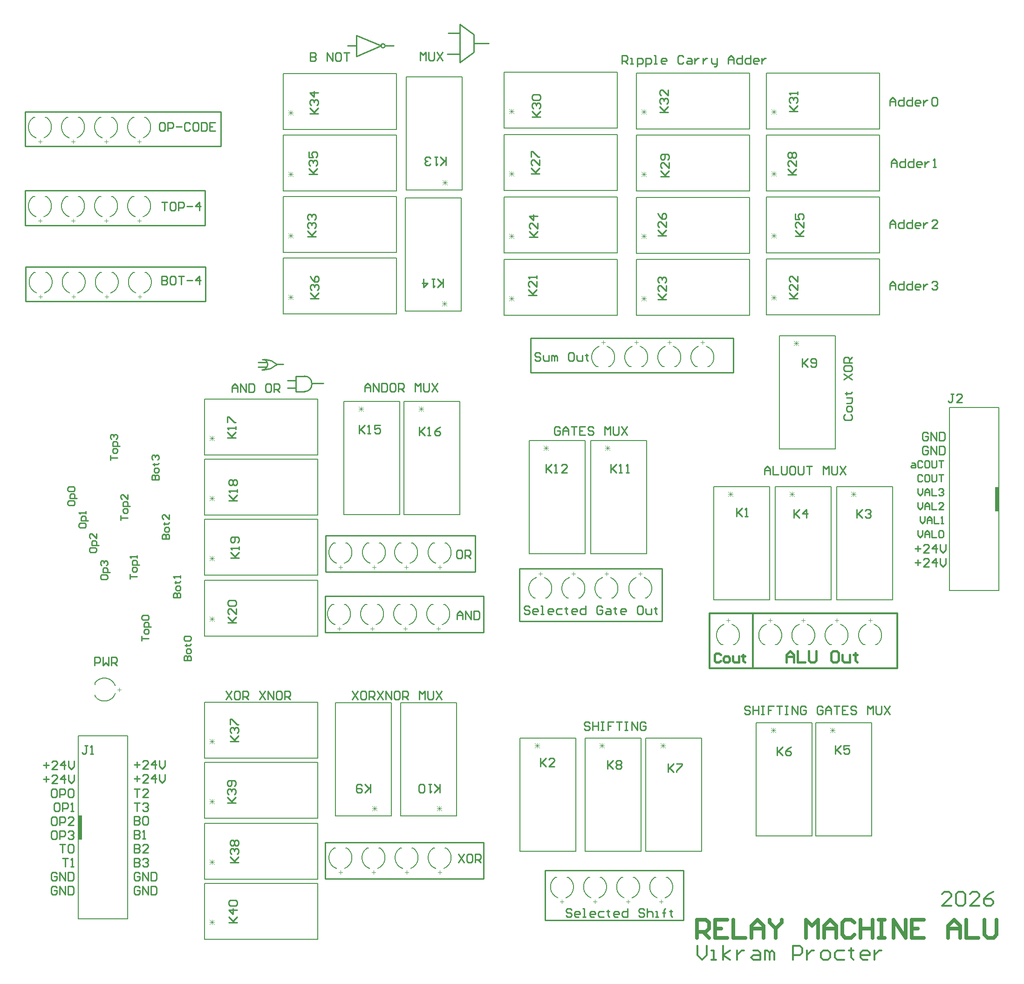
<source format=gto>
G04*
G04 #@! TF.GenerationSoftware,Altium Limited,Altium Designer,25.5.2 (35)*
G04*
G04 Layer_Color=65535*
%FSLAX25Y25*%
%MOIN*%
G70*
G04*
G04 #@! TF.SameCoordinates,EC32A686-E373-4CB4-AF31-63D9CFDA87CC*
G04*
G04*
G04 #@! TF.FilePolarity,Positive*
G04*
G01*
G75*
%ADD10C,0.01000*%
%ADD11C,0.00591*%
%ADD12C,0.00787*%
%ADD13C,0.01400*%
%ADD14C,0.00600*%
%ADD15C,0.02500*%
%ADD16C,0.00394*%
%ADD17C,0.00300*%
%ADD18C,0.01600*%
%ADD19R,0.03150X0.17717*%
D10*
X283950Y558950D02*
G03*
X275500Y562450I-8450J-8450D01*
G01*
X274950Y554950D02*
G03*
X283485Y558485I0J12071D01*
G01*
X277450Y558950D02*
G03*
X273950Y562450I-3500J0D01*
G01*
X273450Y554950D02*
G03*
X277450Y558950I0J4000D01*
G01*
X304000Y539500D02*
G03*
X309000Y544500I0J5000D01*
G01*
Y545500D02*
G03*
X304000Y550500I-5000J0D01*
G01*
X361500Y787000D02*
G03*
X361500Y787000I-1500J0D01*
G01*
X283950Y558950D02*
X288450D01*
X283485Y558485D02*
X283950Y558950D01*
X273700Y562450D02*
X275500D01*
X273450Y554950D02*
X274950D01*
X270558Y560450D02*
X276950D01*
X273450Y562450D02*
X273950D01*
X270501Y556950D02*
X276450D01*
X297500Y539500D02*
X304000D01*
X309000Y545500D02*
X317314D01*
X309000Y544500D02*
Y545500D01*
X297500Y550500D02*
X304000D01*
X297500Y547500D02*
Y550500D01*
Y542000D02*
Y547500D01*
Y539500D02*
Y542000D01*
X291552Y547500D02*
X297500D01*
X291500Y542000D02*
X297500D01*
X361500Y787000D02*
X367500D01*
X341000Y779500D02*
X358500Y787000D01*
X341000Y794500D02*
X358500Y787000D01*
X341000Y779500D02*
Y794500D01*
X334500Y787000D02*
X341000D01*
X406500Y796000D02*
X415000D01*
X406000Y781000D02*
X415000D01*
X425000Y788750D02*
X435750D01*
X425000Y782500D02*
Y795000D01*
X415000Y775000D02*
X425000Y782500D01*
X415000Y802500D02*
X425000Y795000D01*
X415000Y775000D02*
Y802500D01*
X103870Y714985D02*
X244000D01*
X103870Y739883D02*
X244000D01*
X103870Y714985D02*
Y739883D01*
X244000Y714985D02*
Y739883D01*
X103870Y658485D02*
X232500D01*
X103870Y683383D02*
X232500D01*
X103870Y658485D02*
Y683383D01*
X232500Y658485D02*
Y683383D01*
X233000Y603985D02*
Y628883D01*
X104370Y603985D02*
Y628883D01*
X233000D01*
X104370Y603985D02*
X233000D01*
X465500Y553000D02*
X610500D01*
X465500Y577898D02*
X610500D01*
X465500Y553000D02*
Y577898D01*
X610500Y553000D02*
Y577898D01*
X559500Y375000D02*
Y412898D01*
X457561Y375000D02*
Y412898D01*
X559500D01*
X457561Y375000D02*
X559500D01*
X476061Y161000D02*
X575000D01*
X476061Y196898D02*
X575000D01*
X476061Y161000D02*
Y196898D01*
X575000Y161000D02*
Y196898D01*
X318561Y190898D02*
X424061D01*
X318561Y216898D02*
X432061D01*
X318561Y190898D02*
Y216898D01*
X432061Y190898D02*
Y216898D01*
X424061Y190898D02*
X432061D01*
X424000Y367000D02*
X432000D01*
Y393000D01*
X318500Y367000D02*
Y393000D01*
X432000D01*
X318500Y367000D02*
X424000D01*
X319000Y410500D02*
X424500D01*
X319000Y436500D02*
X426000D01*
X319000Y410500D02*
Y436500D01*
X426000Y410500D02*
Y436500D01*
X424500Y410500D02*
X426000D01*
X182000Y244998D02*
X185999D01*
X183999D01*
Y239000D01*
X187998Y243998D02*
X188998Y244998D01*
X190997D01*
X191997Y243998D01*
Y242999D01*
X190997Y241999D01*
X189997D01*
X190997D01*
X191997Y240999D01*
Y240000D01*
X190997Y239000D01*
X188998D01*
X187998Y240000D01*
X182000Y254998D02*
X185999D01*
X183999D01*
Y249000D01*
X191997D02*
X187998D01*
X191997Y252999D01*
Y253998D01*
X190997Y254998D01*
X188998D01*
X187998Y253998D01*
X182000Y262499D02*
X185999D01*
X183999Y264498D02*
Y260500D01*
X191997Y259500D02*
X187998D01*
X191997Y263499D01*
Y264498D01*
X190997Y265498D01*
X188998D01*
X187998Y264498D01*
X196995Y259500D02*
Y265498D01*
X193996Y262499D01*
X197995D01*
X199994Y265498D02*
Y261499D01*
X201993Y259500D01*
X203993Y261499D01*
Y265498D01*
X182000Y272499D02*
X185999D01*
X183999Y274498D02*
Y270500D01*
X191997Y269500D02*
X187998D01*
X191997Y273499D01*
Y274498D01*
X190997Y275498D01*
X188998D01*
X187998Y274498D01*
X196995Y269500D02*
Y275498D01*
X193996Y272499D01*
X197995D01*
X199994Y275498D02*
Y271499D01*
X201993Y269500D01*
X203993Y271499D01*
Y275498D01*
X117000Y271999D02*
X120999D01*
X118999Y273998D02*
Y270000D01*
X126997Y269000D02*
X122998D01*
X126997Y272999D01*
Y273998D01*
X125997Y274998D01*
X123998D01*
X122998Y273998D01*
X131995Y269000D02*
Y274998D01*
X128996Y271999D01*
X132995D01*
X134994Y274998D02*
Y270999D01*
X136994Y269000D01*
X138993Y270999D01*
Y274998D01*
X117000Y261999D02*
X120999D01*
X118999Y263998D02*
Y260000D01*
X126997Y259000D02*
X122998D01*
X126997Y262999D01*
Y263998D01*
X125997Y264998D01*
X123998D01*
X122998Y263998D01*
X131995Y259000D02*
Y264998D01*
X128996Y261999D01*
X132995D01*
X134994Y264998D02*
Y260999D01*
X136994Y259000D01*
X138993Y260999D01*
Y264998D01*
X125501Y254998D02*
X123502D01*
X122502Y253998D01*
Y250000D01*
X123502Y249000D01*
X125501D01*
X126501Y250000D01*
Y253998D01*
X125501Y254998D01*
X128500Y249000D02*
Y254998D01*
X131499D01*
X132499Y253998D01*
Y251999D01*
X131499Y250999D01*
X128500D01*
X134498Y253998D02*
X135498Y254998D01*
X137497D01*
X138497Y253998D01*
Y250000D01*
X137497Y249000D01*
X135498D01*
X134498Y250000D01*
Y253998D01*
X127500Y244998D02*
X125501D01*
X124501Y243998D01*
Y240000D01*
X125501Y239000D01*
X127500D01*
X128500Y240000D01*
Y243998D01*
X127500Y244998D01*
X130499Y239000D02*
Y244998D01*
X133498D01*
X134498Y243998D01*
Y241999D01*
X133498Y240999D01*
X130499D01*
X136497Y239000D02*
X138497D01*
X137497D01*
Y244998D01*
X136497Y243998D01*
X125501Y234998D02*
X123502D01*
X122502Y233998D01*
Y230000D01*
X123502Y229000D01*
X125501D01*
X126501Y230000D01*
Y233998D01*
X125501Y234998D01*
X128500Y229000D02*
Y234998D01*
X131499D01*
X132499Y233998D01*
Y231999D01*
X131499Y230999D01*
X128500D01*
X138497Y229000D02*
X134498D01*
X138497Y232999D01*
Y233998D01*
X137497Y234998D01*
X135498D01*
X134498Y233998D01*
X125501Y224998D02*
X123502D01*
X122502Y223998D01*
Y220000D01*
X123502Y219000D01*
X125501D01*
X126501Y220000D01*
Y223998D01*
X125501Y224998D01*
X128500Y219000D02*
Y224998D01*
X131499D01*
X132499Y223998D01*
Y221999D01*
X131499Y220999D01*
X128500D01*
X134498Y223998D02*
X135498Y224998D01*
X137497D01*
X138497Y223998D01*
Y222999D01*
X137497Y221999D01*
X136497D01*
X137497D01*
X138497Y220999D01*
Y220000D01*
X137497Y219000D01*
X135498D01*
X134498Y220000D01*
X130499Y205498D02*
X134498D01*
X132499D01*
Y199500D01*
X136497D02*
X138497D01*
X137497D01*
Y205498D01*
X136497Y204498D01*
X128500Y215498D02*
X132499D01*
X130499D01*
Y209500D01*
X134498Y214498D02*
X135498Y215498D01*
X137497D01*
X138497Y214498D01*
Y210500D01*
X137497Y209500D01*
X135498D01*
X134498Y210500D01*
Y214498D01*
X182000Y235498D02*
Y229500D01*
X184999D01*
X185999Y230500D01*
Y231499D01*
X184999Y232499D01*
X182000D01*
X184999D01*
X185999Y233499D01*
Y234498D01*
X184999Y235498D01*
X182000D01*
X187998Y234498D02*
X188998Y235498D01*
X190997D01*
X191997Y234498D01*
Y230500D01*
X190997Y229500D01*
X188998D01*
X187998Y230500D01*
Y234498D01*
X182000Y225540D02*
Y219542D01*
X184999D01*
X185999Y220542D01*
Y221542D01*
X184999Y222541D01*
X182000D01*
X184999D01*
X185999Y223541D01*
Y224540D01*
X184999Y225540D01*
X182000D01*
X187998Y219542D02*
X189997D01*
X188998D01*
Y225540D01*
X187998Y224540D01*
X182000Y215498D02*
Y209500D01*
X184999D01*
X185999Y210500D01*
Y211499D01*
X184999Y212499D01*
X182000D01*
X184999D01*
X185999Y213499D01*
Y214498D01*
X184999Y215498D01*
X182000D01*
X191997Y209500D02*
X187998D01*
X191997Y213499D01*
Y214498D01*
X190997Y215498D01*
X188998D01*
X187998Y214498D01*
X182000Y205498D02*
Y199500D01*
X184999D01*
X185999Y200500D01*
Y201499D01*
X184999Y202499D01*
X182000D01*
X184999D01*
X185999Y203499D01*
Y204498D01*
X184999Y205498D01*
X182000D01*
X187998Y204498D02*
X188998Y205498D01*
X190997D01*
X191997Y204498D01*
Y203499D01*
X190997Y202499D01*
X189997D01*
X190997D01*
X191997Y201499D01*
Y200500D01*
X190997Y199500D01*
X188998D01*
X187998Y200500D01*
X185999Y194498D02*
X184999Y195498D01*
X183000D01*
X182000Y194498D01*
Y190500D01*
X183000Y189500D01*
X184999D01*
X185999Y190500D01*
Y192499D01*
X183999D01*
X187998Y189500D02*
Y195498D01*
X191997Y189500D01*
Y195498D01*
X193996D02*
Y189500D01*
X196995D01*
X197995Y190500D01*
Y194498D01*
X196995Y195498D01*
X193996D01*
X185999Y184498D02*
X184999Y185498D01*
X183000D01*
X182000Y184498D01*
Y180500D01*
X183000Y179500D01*
X184999D01*
X185999Y180500D01*
Y182499D01*
X183999D01*
X187998Y179500D02*
Y185498D01*
X191997Y179500D01*
Y185498D01*
X193996D02*
Y179500D01*
X196995D01*
X197995Y180500D01*
Y184498D01*
X196995Y185498D01*
X193996D01*
X126501Y194498D02*
X125501Y195498D01*
X123502D01*
X122502Y194498D01*
Y190500D01*
X123502Y189500D01*
X125501D01*
X126501Y190500D01*
Y192499D01*
X124501D01*
X128500Y189500D02*
Y195498D01*
X132499Y189500D01*
Y195498D01*
X134498D02*
Y189500D01*
X137497D01*
X138497Y190500D01*
Y194498D01*
X137497Y195498D01*
X134498D01*
X126501Y184498D02*
X125501Y185498D01*
X123502D01*
X122502Y184498D01*
Y180500D01*
X123502Y179500D01*
X125501D01*
X126501Y180500D01*
Y182499D01*
X124501D01*
X128500Y179500D02*
Y185498D01*
X132499Y179500D01*
Y185498D01*
X134498D02*
Y179500D01*
X137497D01*
X138497Y180500D01*
Y184498D01*
X137497Y185498D01*
X134498D01*
X749999Y499498D02*
X748999Y500498D01*
X747000D01*
X746000Y499498D01*
Y495500D01*
X747000Y494500D01*
X748999D01*
X749999Y495500D01*
Y497499D01*
X747999D01*
X751998Y494500D02*
Y500498D01*
X755997Y494500D01*
Y500498D01*
X757996D02*
Y494500D01*
X760995D01*
X761995Y495500D01*
Y499498D01*
X760995Y500498D01*
X757996D01*
X749999Y509498D02*
X748999Y510498D01*
X747000D01*
X746000Y509498D01*
Y505500D01*
X747000Y504500D01*
X748999D01*
X749999Y505500D01*
Y507499D01*
X747999D01*
X751998Y504500D02*
Y510498D01*
X755997Y504500D01*
Y510498D01*
X757996D02*
Y504500D01*
X760995D01*
X761995Y505500D01*
Y509498D01*
X760995Y510498D01*
X757996D01*
X738333Y488332D02*
X739999D01*
X740832Y487499D01*
Y485000D01*
X738333D01*
X737500Y485833D01*
X738333Y486666D01*
X740832D01*
X745831Y489165D02*
X744998Y489998D01*
X743331D01*
X742498Y489165D01*
Y485833D01*
X743331Y485000D01*
X744998D01*
X745831Y485833D01*
X749996Y489998D02*
X748330D01*
X747497Y489165D01*
Y485833D01*
X748330Y485000D01*
X749996D01*
X750829Y485833D01*
Y489165D01*
X749996Y489998D01*
X752495D02*
Y485833D01*
X753328Y485000D01*
X754994D01*
X755827Y485833D01*
Y489998D01*
X757493D02*
X760826D01*
X759160D01*
Y485000D01*
X745831Y479165D02*
X744998Y479998D01*
X743331D01*
X742498Y479165D01*
Y475833D01*
X743331Y475000D01*
X744998D01*
X745831Y475833D01*
X749996Y479998D02*
X748330D01*
X747497Y479165D01*
Y475833D01*
X748330Y475000D01*
X749996D01*
X750829Y475833D01*
Y479165D01*
X749996Y479998D01*
X752495D02*
Y475833D01*
X753328Y475000D01*
X754994D01*
X755827Y475833D01*
Y479998D01*
X757493D02*
X760826D01*
X759160D01*
Y475000D01*
X742498Y469998D02*
Y466666D01*
X744165Y465000D01*
X745831Y466666D01*
Y469998D01*
X747497Y465000D02*
Y468332D01*
X749163Y469998D01*
X750829Y468332D01*
Y465000D01*
Y467499D01*
X747497D01*
X752495Y469998D02*
Y465000D01*
X755827D01*
X757493Y469165D02*
X758327Y469998D01*
X759993D01*
X760826Y469165D01*
Y468332D01*
X759993Y467499D01*
X759160D01*
X759993D01*
X760826Y466666D01*
Y465833D01*
X759993Y465000D01*
X758327D01*
X757493Y465833D01*
X742498Y459998D02*
Y456666D01*
X744165Y455000D01*
X745831Y456666D01*
Y459998D01*
X747497Y455000D02*
Y458332D01*
X749163Y459998D01*
X750829Y458332D01*
Y455000D01*
Y457499D01*
X747497D01*
X752495Y459998D02*
Y455000D01*
X755827D01*
X760826D02*
X757493D01*
X760826Y458332D01*
Y459165D01*
X759993Y459998D01*
X758327D01*
X757493Y459165D01*
X744165Y449998D02*
Y446666D01*
X745831Y445000D01*
X747497Y446666D01*
Y449998D01*
X749163Y445000D02*
Y448332D01*
X750829Y449998D01*
X752495Y448332D01*
Y445000D01*
Y447499D01*
X749163D01*
X754161Y449998D02*
Y445000D01*
X757493D01*
X759160D02*
X760826D01*
X759993D01*
Y449998D01*
X759160Y449165D01*
X742498Y439998D02*
Y436666D01*
X744165Y435000D01*
X745831Y436666D01*
Y439998D01*
X747497Y435000D02*
Y438332D01*
X749163Y439998D01*
X750829Y438332D01*
Y435000D01*
Y437499D01*
X747497D01*
X752495Y439998D02*
Y435000D01*
X755827D01*
X757493Y439165D02*
X758327Y439998D01*
X759993D01*
X760826Y439165D01*
Y435833D01*
X759993Y435000D01*
X758327D01*
X757493Y435833D01*
Y439165D01*
X740500Y416999D02*
X744499D01*
X742499Y418998D02*
Y415000D01*
X750497Y414000D02*
X746498D01*
X750497Y417999D01*
Y418998D01*
X749497Y419998D01*
X747498D01*
X746498Y418998D01*
X755495Y414000D02*
Y419998D01*
X752496Y416999D01*
X756495D01*
X758494Y419998D02*
Y415999D01*
X760494Y414000D01*
X762493Y415999D01*
Y419998D01*
X740500Y426999D02*
X744499D01*
X742499Y428998D02*
Y425000D01*
X750497Y424000D02*
X746498D01*
X750497Y427999D01*
Y428998D01*
X749497Y429998D01*
X747498D01*
X746498Y428998D01*
X755495Y424000D02*
Y429998D01*
X752496Y426999D01*
X756495D01*
X758494Y429998D02*
Y425999D01*
X760494Y424000D01*
X762493Y425999D01*
Y429998D01*
X148500Y285999D02*
X146501D01*
X147500D01*
Y281001D01*
X146501Y280001D01*
X145501D01*
X144501Y281001D01*
X150499Y280001D02*
X152499D01*
X151499D01*
Y285999D01*
X150499Y284999D01*
X157835Y407499D02*
Y405833D01*
X158669Y405000D01*
X162001D01*
X162834Y405833D01*
Y407499D01*
X162001Y408332D01*
X158669D01*
X157835Y407499D01*
X164500Y409998D02*
X159502D01*
Y412498D01*
X160335Y413331D01*
X162001D01*
X162834Y412498D01*
Y409998D01*
X158669Y414997D02*
X157835Y415830D01*
Y417496D01*
X158669Y418329D01*
X159502D01*
X160335Y417496D01*
Y416663D01*
Y417496D01*
X161168Y418329D01*
X162001D01*
X162834Y417496D01*
Y415830D01*
X162001Y414997D01*
X149836Y426999D02*
Y425333D01*
X150669Y424500D01*
X154001D01*
X154834Y425333D01*
Y426999D01*
X154001Y427832D01*
X150669D01*
X149836Y426999D01*
X156500Y429498D02*
X151502D01*
Y431998D01*
X152335Y432831D01*
X154001D01*
X154834Y431998D01*
Y429498D01*
Y437829D02*
Y434497D01*
X151502Y437829D01*
X150669D01*
X149836Y436996D01*
Y435330D01*
X150669Y434497D01*
X142335Y444499D02*
Y442833D01*
X143169Y442000D01*
X146501D01*
X147334Y442833D01*
Y444499D01*
X146501Y445332D01*
X143169D01*
X142335Y444499D01*
X149000Y446998D02*
X144002D01*
Y449498D01*
X144835Y450331D01*
X146501D01*
X147334Y449498D01*
Y446998D01*
Y451997D02*
Y453663D01*
Y452830D01*
X142335D01*
X143169Y451997D01*
X134335Y460499D02*
Y458833D01*
X135169Y458000D01*
X138501D01*
X139334Y458833D01*
Y460499D01*
X138501Y461332D01*
X135169D01*
X134335Y460499D01*
X141000Y462998D02*
X136002D01*
Y465498D01*
X136835Y466331D01*
X138501D01*
X139334Y465498D01*
Y462998D01*
X135169Y467997D02*
X134335Y468830D01*
Y470496D01*
X135169Y471329D01*
X138501D01*
X139334Y470496D01*
Y468830D01*
X138501Y467997D01*
X135169D01*
X164836Y490500D02*
Y493832D01*
Y492166D01*
X169834D01*
Y496331D02*
Y497998D01*
X169001Y498831D01*
X167335D01*
X166502Y497998D01*
Y496331D01*
X167335Y495498D01*
X169001D01*
X169834Y496331D01*
X171500Y500497D02*
X166502D01*
Y502996D01*
X167335Y503829D01*
X169001D01*
X169834Y502996D01*
Y500497D01*
X165669Y505495D02*
X164836Y506328D01*
Y507994D01*
X165669Y508827D01*
X166502D01*
X167335Y507994D01*
Y507161D01*
Y507994D01*
X168168Y508827D01*
X169001D01*
X169834Y507994D01*
Y506328D01*
X169001Y505495D01*
X172336Y447500D02*
Y450832D01*
Y449166D01*
X177334D01*
Y453331D02*
Y454998D01*
X176501Y455831D01*
X174835D01*
X174002Y454998D01*
Y453331D01*
X174835Y452498D01*
X176501D01*
X177334Y453331D01*
X179000Y457497D02*
X174002D01*
Y459996D01*
X174835Y460829D01*
X176501D01*
X177334Y459996D01*
Y457497D01*
Y465827D02*
Y462495D01*
X174002Y465827D01*
X173169D01*
X172336Y464994D01*
Y463328D01*
X173169Y462495D01*
X178835Y405500D02*
Y408832D01*
Y407166D01*
X183834D01*
Y411331D02*
Y412998D01*
X183001Y413831D01*
X181335D01*
X180502Y412998D01*
Y411331D01*
X181335Y410498D01*
X183001D01*
X183834Y411331D01*
X185500Y415497D02*
X180502D01*
Y417996D01*
X181335Y418829D01*
X183001D01*
X183834Y417996D01*
Y415497D01*
Y420495D02*
Y422161D01*
Y421328D01*
X178835D01*
X179669Y420495D01*
X187336Y361000D02*
Y364332D01*
Y362666D01*
X192334D01*
Y366831D02*
Y368498D01*
X191501Y369331D01*
X189835D01*
X189002Y368498D01*
Y366831D01*
X189835Y365998D01*
X191501D01*
X192334Y366831D01*
X194000Y370997D02*
X189002D01*
Y373496D01*
X189835Y374329D01*
X191501D01*
X192334Y373496D01*
Y370997D01*
X188169Y375995D02*
X187336Y376828D01*
Y378494D01*
X188169Y379327D01*
X191501D01*
X192334Y378494D01*
Y376828D01*
X191501Y375995D01*
X188169D01*
X194502Y476500D02*
X199500D01*
Y478999D01*
X198667Y479832D01*
X197834D01*
X197001Y478999D01*
Y476500D01*
Y478999D01*
X196168Y479832D01*
X195335D01*
X194502Y478999D01*
Y476500D01*
X199500Y482331D02*
Y483998D01*
X198667Y484831D01*
X197001D01*
X196168Y483998D01*
Y482331D01*
X197001Y481498D01*
X198667D01*
X199500Y482331D01*
X195335Y487330D02*
X196168D01*
Y486497D01*
Y488163D01*
Y487330D01*
X198667D01*
X199500Y488163D01*
X195335Y490662D02*
X194502Y491495D01*
Y493161D01*
X195335Y493994D01*
X196168D01*
X197001Y493161D01*
Y492328D01*
Y493161D01*
X197834Y493994D01*
X198667D01*
X199500Y493161D01*
Y491495D01*
X198667Y490662D01*
X202002Y434000D02*
X207000D01*
Y436499D01*
X206167Y437332D01*
X205334D01*
X204501Y436499D01*
Y434000D01*
Y436499D01*
X203668Y437332D01*
X202835D01*
X202002Y436499D01*
Y434000D01*
X207000Y439831D02*
Y441498D01*
X206167Y442331D01*
X204501D01*
X203668Y441498D01*
Y439831D01*
X204501Y438998D01*
X206167D01*
X207000Y439831D01*
X202835Y444830D02*
X203668D01*
Y443997D01*
Y445663D01*
Y444830D01*
X206167D01*
X207000Y445663D01*
Y451494D02*
Y448162D01*
X203668Y451494D01*
X202835D01*
X202002Y450661D01*
Y448995D01*
X202835Y448162D01*
X210002Y392000D02*
X215000D01*
Y394499D01*
X214167Y395332D01*
X213334D01*
X212501Y394499D01*
Y392000D01*
Y394499D01*
X211668Y395332D01*
X210835D01*
X210002Y394499D01*
Y392000D01*
X215000Y397831D02*
Y399498D01*
X214167Y400331D01*
X212501D01*
X211668Y399498D01*
Y397831D01*
X212501Y396998D01*
X214167D01*
X215000Y397831D01*
X210835Y402830D02*
X211668D01*
Y401997D01*
Y403663D01*
Y402830D01*
X214167D01*
X215000Y403663D01*
Y406162D02*
Y407828D01*
Y406995D01*
X210002D01*
X210835Y406162D01*
X217502Y347000D02*
X222500D01*
Y349499D01*
X221667Y350332D01*
X220834D01*
X220001Y349499D01*
Y347000D01*
Y349499D01*
X219168Y350332D01*
X218335D01*
X217502Y349499D01*
Y347000D01*
X222500Y352831D02*
Y354498D01*
X221667Y355331D01*
X220001D01*
X219168Y354498D01*
Y352831D01*
X220001Y351998D01*
X221667D01*
X222500Y352831D01*
X218335Y357830D02*
X219168D01*
Y356997D01*
Y358663D01*
Y357830D01*
X221667D01*
X222500Y358663D01*
X218335Y361162D02*
X217502Y361995D01*
Y363661D01*
X218335Y364494D01*
X221667D01*
X222500Y363661D01*
Y361995D01*
X221667Y361162D01*
X218335D01*
X153500Y343500D02*
Y349498D01*
X156499D01*
X157499Y348498D01*
Y346499D01*
X156499Y345499D01*
X153500D01*
X159498Y349498D02*
Y343500D01*
X161497Y345499D01*
X163497Y343500D01*
Y349498D01*
X165496Y343500D02*
Y349498D01*
X168495D01*
X169495Y348498D01*
Y346499D01*
X168495Y345499D01*
X165496D01*
X167496D02*
X169495Y343500D01*
X201500Y674998D02*
X205499D01*
X203499D01*
Y669000D01*
X210497Y674998D02*
X208498D01*
X207498Y673998D01*
Y670000D01*
X208498Y669000D01*
X210497D01*
X211497Y670000D01*
Y673998D01*
X210497Y674998D01*
X213496Y669000D02*
Y674998D01*
X216495D01*
X217495Y673998D01*
Y671999D01*
X216495Y670999D01*
X213496D01*
X219494Y671999D02*
X223493D01*
X228491Y669000D02*
Y674998D01*
X225492Y671999D01*
X229491D01*
X507999Y301998D02*
X506999Y302998D01*
X505000D01*
X504000Y301998D01*
Y300999D01*
X505000Y299999D01*
X506999D01*
X507999Y298999D01*
Y298000D01*
X506999Y297000D01*
X505000D01*
X504000Y298000D01*
X509998Y302998D02*
Y297000D01*
Y299999D01*
X513997D01*
Y302998D01*
Y297000D01*
X515996Y302998D02*
X517996D01*
X516996D01*
Y297000D01*
X515996D01*
X517996D01*
X524993Y302998D02*
X520995D01*
Y299999D01*
X522994D01*
X520995D01*
Y297000D01*
X526993Y302998D02*
X530991D01*
X528992D01*
Y297000D01*
X532991Y302998D02*
X534990D01*
X533990D01*
Y297000D01*
X532991D01*
X534990D01*
X537989D02*
Y302998D01*
X541988Y297000D01*
Y302998D01*
X547986Y301998D02*
X546986Y302998D01*
X544987D01*
X543987Y301998D01*
Y298000D01*
X544987Y297000D01*
X546986D01*
X547986Y298000D01*
Y299999D01*
X545986D01*
X494999Y168498D02*
X493999Y169498D01*
X492000D01*
X491000Y168498D01*
Y167499D01*
X492000Y166499D01*
X493999D01*
X494999Y165499D01*
Y164500D01*
X493999Y163500D01*
X492000D01*
X491000Y164500D01*
X499997Y163500D02*
X497998D01*
X496998Y164500D01*
Y166499D01*
X497998Y167499D01*
X499997D01*
X500997Y166499D01*
Y165499D01*
X496998D01*
X502996Y163500D02*
X504995D01*
X503996D01*
Y169498D01*
X502996D01*
X510993Y163500D02*
X508994D01*
X507995Y164500D01*
Y166499D01*
X508994Y167499D01*
X510993D01*
X511993Y166499D01*
Y165499D01*
X507995D01*
X517991Y167499D02*
X514992D01*
X513993Y166499D01*
Y164500D01*
X514992Y163500D01*
X517991D01*
X520990Y168498D02*
Y167499D01*
X519991D01*
X521990D01*
X520990D01*
Y164500D01*
X521990Y163500D01*
X527988D02*
X525989D01*
X524989Y164500D01*
Y166499D01*
X525989Y167499D01*
X527988D01*
X528988Y166499D01*
Y165499D01*
X524989D01*
X534986Y169498D02*
Y163500D01*
X531987D01*
X530987Y164500D01*
Y166499D01*
X531987Y167499D01*
X534986D01*
X546982Y168498D02*
X545982Y169498D01*
X543983D01*
X542983Y168498D01*
Y167499D01*
X543983Y166499D01*
X545982D01*
X546982Y165499D01*
Y164500D01*
X545982Y163500D01*
X543983D01*
X542983Y164500D01*
X548981Y169498D02*
Y163500D01*
Y166499D01*
X549981Y167499D01*
X551980D01*
X552980Y166499D01*
Y163500D01*
X554979D02*
X556979D01*
X555979D01*
Y167499D01*
X554979D01*
X560977Y163500D02*
Y168498D01*
Y166499D01*
X559978D01*
X561977D01*
X560977D01*
Y168498D01*
X561977Y169498D01*
X565976Y168498D02*
Y167499D01*
X564976D01*
X566975D01*
X565976D01*
Y164500D01*
X566975Y163500D01*
X415499Y425998D02*
X413500D01*
X412500Y424998D01*
Y421000D01*
X413500Y420000D01*
X415499D01*
X416499Y421000D01*
Y424998D01*
X415499Y425998D01*
X418498Y420000D02*
Y425998D01*
X421497D01*
X422497Y424998D01*
Y422999D01*
X421497Y421999D01*
X418498D01*
X420497D02*
X422497Y420000D01*
X338000Y324998D02*
X341999Y319000D01*
Y324998D02*
X338000Y319000D01*
X346997Y324998D02*
X344998D01*
X343998Y323998D01*
Y320000D01*
X344998Y319000D01*
X346997D01*
X347997Y320000D01*
Y323998D01*
X346997Y324998D01*
X349996Y319000D02*
Y324998D01*
X352995D01*
X353995Y323998D01*
Y321999D01*
X352995Y320999D01*
X349996D01*
X351995D02*
X353995Y319000D01*
X355994Y324998D02*
X359993Y319000D01*
Y324998D02*
X355994Y319000D01*
X361992D02*
Y324998D01*
X365991Y319000D01*
Y324998D01*
X370989D02*
X368990D01*
X367990Y323998D01*
Y320000D01*
X368990Y319000D01*
X370989D01*
X371989Y320000D01*
Y323998D01*
X370989Y324998D01*
X373988Y319000D02*
Y324998D01*
X376987D01*
X377987Y323998D01*
Y321999D01*
X376987Y320999D01*
X373988D01*
X375988D02*
X377987Y319000D01*
X385984D02*
Y324998D01*
X387984Y322999D01*
X389983Y324998D01*
Y319000D01*
X391983Y324998D02*
Y320000D01*
X392982Y319000D01*
X394982D01*
X395981Y320000D01*
Y324998D01*
X397981D02*
X401979Y319000D01*
Y324998D02*
X397981Y319000D01*
X247500Y324998D02*
X251499Y319000D01*
Y324998D02*
X247500Y319000D01*
X256497Y324998D02*
X254498D01*
X253498Y323998D01*
Y320000D01*
X254498Y319000D01*
X256497D01*
X257497Y320000D01*
Y323998D01*
X256497Y324998D01*
X259496Y319000D02*
Y324998D01*
X262495D01*
X263495Y323998D01*
Y321999D01*
X262495Y320999D01*
X259496D01*
X261495D02*
X263495Y319000D01*
X271492Y324998D02*
X275491Y319000D01*
Y324998D02*
X271492Y319000D01*
X277490D02*
Y324998D01*
X281489Y319000D01*
Y324998D01*
X286487D02*
X284488D01*
X283488Y323998D01*
Y320000D01*
X284488Y319000D01*
X286487D01*
X287487Y320000D01*
Y323998D01*
X286487Y324998D01*
X289486Y319000D02*
Y324998D01*
X292485D01*
X293485Y323998D01*
Y321999D01*
X292485Y320999D01*
X289486D01*
X291486D02*
X293485Y319000D01*
X252000Y539000D02*
Y542999D01*
X253999Y544998D01*
X255999Y542999D01*
Y539000D01*
Y541999D01*
X252000D01*
X257998Y539000D02*
Y544998D01*
X261997Y539000D01*
Y544998D01*
X263996D02*
Y539000D01*
X266995D01*
X267995Y540000D01*
Y543998D01*
X266995Y544998D01*
X263996D01*
X278991D02*
X276992D01*
X275992Y543998D01*
Y540000D01*
X276992Y539000D01*
X278991D01*
X279991Y540000D01*
Y543998D01*
X278991Y544998D01*
X281990Y539000D02*
Y544998D01*
X284989D01*
X285989Y543998D01*
Y541999D01*
X284989Y540999D01*
X281990D01*
X283990D02*
X285989Y539000D01*
X347000Y539500D02*
Y543499D01*
X348999Y545498D01*
X350999Y543499D01*
Y539500D01*
Y542499D01*
X347000D01*
X352998Y539500D02*
Y545498D01*
X356997Y539500D01*
Y545498D01*
X358996D02*
Y539500D01*
X361995D01*
X362995Y540500D01*
Y544498D01*
X361995Y545498D01*
X358996D01*
X367993D02*
X365994D01*
X364994Y544498D01*
Y540500D01*
X365994Y539500D01*
X367993D01*
X368993Y540500D01*
Y544498D01*
X367993Y545498D01*
X370992Y539500D02*
Y545498D01*
X373991D01*
X374991Y544498D01*
Y542499D01*
X373991Y541499D01*
X370992D01*
X372992D02*
X374991Y539500D01*
X382988D02*
Y545498D01*
X384988Y543499D01*
X386987Y545498D01*
Y539500D01*
X388986Y545498D02*
Y540500D01*
X389986Y539500D01*
X391985D01*
X392985Y540500D01*
Y545498D01*
X394985D02*
X398983Y539500D01*
Y545498D02*
X394985Y539500D01*
X414000Y208498D02*
X417999Y202500D01*
Y208498D02*
X414000Y202500D01*
X422997Y208498D02*
X420998D01*
X419998Y207498D01*
Y203500D01*
X420998Y202500D01*
X422997D01*
X423997Y203500D01*
Y207498D01*
X422997Y208498D01*
X425996Y202500D02*
Y208498D01*
X428995D01*
X429995Y207498D01*
Y205499D01*
X428995Y204499D01*
X425996D01*
X427995D02*
X429995Y202500D01*
X413000Y376500D02*
Y380499D01*
X414999Y382498D01*
X416999Y380499D01*
Y376500D01*
Y379499D01*
X413000D01*
X418998Y376500D02*
Y382498D01*
X422997Y376500D01*
Y382498D01*
X424996D02*
Y376500D01*
X427995D01*
X428995Y377500D01*
Y381498D01*
X427995Y382498D01*
X424996D01*
X690502Y522999D02*
X689502Y521999D01*
Y520000D01*
X690502Y519000D01*
X694500D01*
X695500Y520000D01*
Y521999D01*
X694500Y522999D01*
X695500Y525998D02*
Y527997D01*
X694500Y528997D01*
X692501D01*
X691501Y527997D01*
Y525998D01*
X692501Y524998D01*
X694500D01*
X695500Y525998D01*
X691501Y530996D02*
X694500D01*
X695500Y531996D01*
Y534995D01*
X691501D01*
X690502Y537994D02*
X691501D01*
Y536994D01*
Y538994D01*
Y537994D01*
X694500D01*
X695500Y538994D01*
X689502Y547991D02*
X695500Y551989D01*
X689502D02*
X695500Y547991D01*
X689502Y556988D02*
Y554988D01*
X690502Y553989D01*
X694500D01*
X695500Y554988D01*
Y556988D01*
X694500Y557987D01*
X690502D01*
X689502Y556988D01*
X695500Y559987D02*
X689502D01*
Y562986D01*
X690502Y563985D01*
X692501D01*
X693501Y562986D01*
Y559987D01*
Y561986D02*
X695500Y563985D01*
X531000Y773999D02*
Y779997D01*
X533999D01*
X534999Y778998D01*
Y776998D01*
X533999Y775999D01*
X531000D01*
X532999D02*
X534999Y773999D01*
X536998D02*
X538997D01*
X537998D01*
Y777998D01*
X536998D01*
X541996Y772000D02*
Y777998D01*
X544995D01*
X545995Y776998D01*
Y774999D01*
X544995Y773999D01*
X541996D01*
X547995Y772000D02*
Y777998D01*
X550993D01*
X551993Y776998D01*
Y774999D01*
X550993Y773999D01*
X547995D01*
X553993D02*
X555992D01*
X554992D01*
Y779997D01*
X553993D01*
X561990Y773999D02*
X559991D01*
X558991Y774999D01*
Y776998D01*
X559991Y777998D01*
X561990D01*
X562990Y776998D01*
Y775999D01*
X558991D01*
X574986Y778998D02*
X573986Y779997D01*
X571987D01*
X570987Y778998D01*
Y774999D01*
X571987Y773999D01*
X573986D01*
X574986Y774999D01*
X577985Y777998D02*
X579984D01*
X580984Y776998D01*
Y773999D01*
X577985D01*
X576985Y774999D01*
X577985Y775999D01*
X580984D01*
X582983Y777998D02*
Y773999D01*
Y775999D01*
X583983Y776998D01*
X584982Y777998D01*
X585982D01*
X588981D02*
Y773999D01*
Y775999D01*
X589981Y776998D01*
X590981Y777998D01*
X591980D01*
X594979D02*
Y774999D01*
X595979Y773999D01*
X598978D01*
Y773000D01*
X597978Y772000D01*
X596979D01*
X598978Y773999D02*
Y777998D01*
X606975Y773999D02*
Y777998D01*
X608975Y779997D01*
X610974Y777998D01*
Y773999D01*
Y776998D01*
X606975D01*
X616972Y779997D02*
Y773999D01*
X613973D01*
X612973Y774999D01*
Y776998D01*
X613973Y777998D01*
X616972D01*
X622970Y779997D02*
Y773999D01*
X619971D01*
X618971Y774999D01*
Y776998D01*
X619971Y777998D01*
X622970D01*
X627969Y773999D02*
X625969D01*
X624970Y774999D01*
Y776998D01*
X625969Y777998D01*
X627969D01*
X628968Y776998D01*
Y775999D01*
X624970D01*
X630968Y777998D02*
Y773999D01*
Y775999D01*
X631967Y776998D01*
X632967Y777998D01*
X633967D01*
X464999Y384998D02*
X463999Y385998D01*
X462000D01*
X461000Y384998D01*
Y383999D01*
X462000Y382999D01*
X463999D01*
X464999Y381999D01*
Y381000D01*
X463999Y380000D01*
X462000D01*
X461000Y381000D01*
X469997Y380000D02*
X467998D01*
X466998Y381000D01*
Y382999D01*
X467998Y383999D01*
X469997D01*
X470997Y382999D01*
Y381999D01*
X466998D01*
X472996Y380000D02*
X474996D01*
X473996D01*
Y385998D01*
X472996D01*
X480994Y380000D02*
X478994D01*
X477994Y381000D01*
Y382999D01*
X478994Y383999D01*
X480994D01*
X481993Y382999D01*
Y381999D01*
X477994D01*
X487991Y383999D02*
X484992D01*
X483993Y382999D01*
Y381000D01*
X484992Y380000D01*
X487991D01*
X490990Y384998D02*
Y383999D01*
X489991D01*
X491990D01*
X490990D01*
Y381000D01*
X491990Y380000D01*
X497988D02*
X495989D01*
X494989Y381000D01*
Y382999D01*
X495989Y383999D01*
X497988D01*
X498988Y382999D01*
Y381999D01*
X494989D01*
X504986Y385998D02*
Y380000D01*
X501987D01*
X500987Y381000D01*
Y382999D01*
X501987Y383999D01*
X504986D01*
X516982Y384998D02*
X515982Y385998D01*
X513983D01*
X512983Y384998D01*
Y381000D01*
X513983Y380000D01*
X515982D01*
X516982Y381000D01*
Y382999D01*
X514983D01*
X519981Y383999D02*
X521980D01*
X522980Y382999D01*
Y380000D01*
X519981D01*
X518981Y381000D01*
X519981Y381999D01*
X522980D01*
X525979Y384998D02*
Y383999D01*
X524979D01*
X526979D01*
X525979D01*
Y381000D01*
X526979Y380000D01*
X532977D02*
X530977D01*
X529978Y381000D01*
Y382999D01*
X530977Y383999D01*
X532977D01*
X533976Y382999D01*
Y381999D01*
X529978D01*
X544973Y385998D02*
X542974D01*
X541974Y384998D01*
Y381000D01*
X542974Y380000D01*
X544973D01*
X545972Y381000D01*
Y384998D01*
X544973Y385998D01*
X547972Y383999D02*
Y381000D01*
X548972Y380000D01*
X551971D01*
Y383999D01*
X554970Y384998D02*
Y383999D01*
X553970D01*
X555969D01*
X554970D01*
Y381000D01*
X555969Y380000D01*
X472499Y566498D02*
X471499Y567498D01*
X469500D01*
X468500Y566498D01*
Y565499D01*
X469500Y564499D01*
X471499D01*
X472499Y563499D01*
Y562500D01*
X471499Y561500D01*
X469500D01*
X468500Y562500D01*
X474498Y565499D02*
Y562500D01*
X475498Y561500D01*
X478497D01*
Y565499D01*
X480496Y561500D02*
Y565499D01*
X481496D01*
X482495Y564499D01*
Y561500D01*
Y564499D01*
X483495Y565499D01*
X484495Y564499D01*
Y561500D01*
X495491Y567498D02*
X493492D01*
X492492Y566498D01*
Y562500D01*
X493492Y561500D01*
X495491D01*
X496491Y562500D01*
Y566498D01*
X495491Y567498D01*
X498490Y565499D02*
Y562500D01*
X499490Y561500D01*
X502489D01*
Y565499D01*
X505488Y566498D02*
Y565499D01*
X504488D01*
X506488D01*
X505488D01*
Y562500D01*
X506488Y561500D01*
X486499Y513498D02*
X485499Y514498D01*
X483500D01*
X482500Y513498D01*
Y509500D01*
X483500Y508500D01*
X485499D01*
X486499Y509500D01*
Y511499D01*
X484499D01*
X488498Y508500D02*
Y512499D01*
X490497Y514498D01*
X492497Y512499D01*
Y508500D01*
Y511499D01*
X488498D01*
X494496Y514498D02*
X498495D01*
X496495D01*
Y508500D01*
X504493Y514498D02*
X500494D01*
Y508500D01*
X504493D01*
X500494Y511499D02*
X502493D01*
X510491Y513498D02*
X509491Y514498D01*
X507492D01*
X506492Y513498D01*
Y512499D01*
X507492Y511499D01*
X509491D01*
X510491Y510499D01*
Y509500D01*
X509491Y508500D01*
X507492D01*
X506492Y509500D01*
X518488Y508500D02*
Y514498D01*
X520488Y512499D01*
X522487Y514498D01*
Y508500D01*
X524486Y514498D02*
Y509500D01*
X525486Y508500D01*
X527486D01*
X528485Y509500D01*
Y514498D01*
X530484D02*
X534483Y508500D01*
Y514498D02*
X530484Y508500D01*
X622499Y313498D02*
X621499Y314498D01*
X619500D01*
X618500Y313498D01*
Y312499D01*
X619500Y311499D01*
X621499D01*
X622499Y310499D01*
Y309500D01*
X621499Y308500D01*
X619500D01*
X618500Y309500D01*
X624498Y314498D02*
Y308500D01*
Y311499D01*
X628497D01*
Y314498D01*
Y308500D01*
X630496Y314498D02*
X632495D01*
X631496D01*
Y308500D01*
X630496D01*
X632495D01*
X639493Y314498D02*
X635495D01*
Y311499D01*
X637494D01*
X635495D01*
Y308500D01*
X641493Y314498D02*
X645491D01*
X643492D01*
Y308500D01*
X647491Y314498D02*
X649490D01*
X648490D01*
Y308500D01*
X647491D01*
X649490D01*
X652489D02*
Y314498D01*
X656488Y308500D01*
Y314498D01*
X662486Y313498D02*
X661486Y314498D01*
X659487D01*
X658487Y313498D01*
Y309500D01*
X659487Y308500D01*
X661486D01*
X662486Y309500D01*
Y311499D01*
X660486D01*
X674482Y313498D02*
X673482Y314498D01*
X671483D01*
X670483Y313498D01*
Y309500D01*
X671483Y308500D01*
X673482D01*
X674482Y309500D01*
Y311499D01*
X672482D01*
X676481Y308500D02*
Y312499D01*
X678481Y314498D01*
X680480Y312499D01*
Y308500D01*
Y311499D01*
X676481D01*
X682479Y314498D02*
X686478D01*
X684479D01*
Y308500D01*
X692476Y314498D02*
X688477D01*
Y308500D01*
X692476D01*
X688477Y311499D02*
X690477D01*
X698474Y313498D02*
X697474Y314498D01*
X695475D01*
X694475Y313498D01*
Y312499D01*
X695475Y311499D01*
X697474D01*
X698474Y310499D01*
Y309500D01*
X697474Y308500D01*
X695475D01*
X694475Y309500D01*
X706471Y308500D02*
Y314498D01*
X708471Y312499D01*
X710470Y314498D01*
Y308500D01*
X712470Y314498D02*
Y309500D01*
X713469Y308500D01*
X715469D01*
X716468Y309500D01*
Y314498D01*
X718468D02*
X722466Y308500D01*
Y314498D02*
X718468Y308500D01*
X633000Y480000D02*
Y483999D01*
X634999Y485998D01*
X636999Y483999D01*
Y480000D01*
Y482999D01*
X633000D01*
X638998Y485998D02*
Y480000D01*
X642997D01*
X644996Y485998D02*
Y481000D01*
X645996Y480000D01*
X647995D01*
X648995Y481000D01*
Y485998D01*
X653993D02*
X651994D01*
X650994Y484998D01*
Y481000D01*
X651994Y480000D01*
X653993D01*
X654993Y481000D01*
Y484998D01*
X653993Y485998D01*
X656992D02*
Y481000D01*
X657992Y480000D01*
X659991D01*
X660991Y481000D01*
Y485998D01*
X662990D02*
X666989D01*
X664990D01*
Y480000D01*
X674986D02*
Y485998D01*
X676986Y483999D01*
X678985Y485998D01*
Y480000D01*
X680984Y485998D02*
Y481000D01*
X681984Y480000D01*
X683984D01*
X684983Y481000D01*
Y485998D01*
X686982D02*
X690981Y480000D01*
Y485998D02*
X686982Y480000D01*
X201500Y621998D02*
Y616000D01*
X204499D01*
X205499Y617000D01*
Y617999D01*
X204499Y618999D01*
X201500D01*
X204499D01*
X205499Y619999D01*
Y620998D01*
X204499Y621998D01*
X201500D01*
X210497D02*
X208498D01*
X207498Y620998D01*
Y617000D01*
X208498Y616000D01*
X210497D01*
X211497Y617000D01*
Y620998D01*
X210497Y621998D01*
X213496D02*
X217495D01*
X215495D01*
Y616000D01*
X219494Y618999D02*
X223493D01*
X228491Y616000D02*
Y621998D01*
X225492Y618999D01*
X229491D01*
X202999Y731998D02*
X201000D01*
X200000Y730998D01*
Y727000D01*
X201000Y726000D01*
X202999D01*
X203999Y727000D01*
Y730998D01*
X202999Y731998D01*
X205998Y726000D02*
Y731998D01*
X208997D01*
X209997Y730998D01*
Y728999D01*
X208997Y727999D01*
X205998D01*
X211996Y728999D02*
X215995D01*
X221993Y730998D02*
X220993Y731998D01*
X218994D01*
X217994Y730998D01*
Y727000D01*
X218994Y726000D01*
X220993D01*
X221993Y727000D01*
X226991Y731998D02*
X224992D01*
X223992Y730998D01*
Y727000D01*
X224992Y726000D01*
X226991D01*
X227991Y727000D01*
Y730998D01*
X226991Y731998D01*
X229990D02*
Y726000D01*
X232989D01*
X233989Y727000D01*
Y730998D01*
X232989Y731998D01*
X229990D01*
X239987D02*
X235988D01*
Y726000D01*
X239987D01*
X235988Y728999D02*
X237988D01*
X722500Y612500D02*
Y616499D01*
X724499Y618498D01*
X726499Y616499D01*
Y612500D01*
Y615499D01*
X722500D01*
X732497Y618498D02*
Y612500D01*
X729498D01*
X728498Y613500D01*
Y615499D01*
X729498Y616499D01*
X732497D01*
X738495Y618498D02*
Y612500D01*
X735496D01*
X734496Y613500D01*
Y615499D01*
X735496Y616499D01*
X738495D01*
X743493Y612500D02*
X741494D01*
X740494Y613500D01*
Y615499D01*
X741494Y616499D01*
X743493D01*
X744493Y615499D01*
Y614499D01*
X740494D01*
X746492Y616499D02*
Y612500D01*
Y614499D01*
X747492Y615499D01*
X748492Y616499D01*
X749491D01*
X752490Y617498D02*
X753490Y618498D01*
X755489D01*
X756489Y617498D01*
Y616499D01*
X755489Y615499D01*
X754490D01*
X755489D01*
X756489Y614499D01*
Y613500D01*
X755489Y612500D01*
X753490D01*
X752490Y613500D01*
X722500Y656333D02*
Y660332D01*
X724499Y662331D01*
X726499Y660332D01*
Y656333D01*
Y659332D01*
X722500D01*
X732497Y662331D02*
Y656333D01*
X729498D01*
X728498Y657333D01*
Y659332D01*
X729498Y660332D01*
X732497D01*
X738495Y662331D02*
Y656333D01*
X735496D01*
X734496Y657333D01*
Y659332D01*
X735496Y660332D01*
X738495D01*
X743493Y656333D02*
X741494D01*
X740494Y657333D01*
Y659332D01*
X741494Y660332D01*
X743493D01*
X744493Y659332D01*
Y658333D01*
X740494D01*
X746492Y660332D02*
Y656333D01*
Y658333D01*
X747492Y659332D01*
X748492Y660332D01*
X749491D01*
X756489Y656333D02*
X752490D01*
X756489Y660332D01*
Y661332D01*
X755489Y662331D01*
X753490D01*
X752490Y661332D01*
X723500Y700167D02*
Y704165D01*
X725499Y706165D01*
X727498Y704165D01*
Y700167D01*
Y703166D01*
X723500D01*
X733497Y706165D02*
Y700167D01*
X730497D01*
X729498Y701166D01*
Y703166D01*
X730497Y704165D01*
X733497D01*
X739495Y706165D02*
Y700167D01*
X736495D01*
X735496Y701166D01*
Y703166D01*
X736495Y704165D01*
X739495D01*
X744493Y700167D02*
X742493D01*
X741494Y701166D01*
Y703166D01*
X742493Y704165D01*
X744493D01*
X745493Y703166D01*
Y702166D01*
X741494D01*
X747492Y704165D02*
Y700167D01*
Y702166D01*
X748492Y703166D01*
X749491Y704165D01*
X750491D01*
X753490Y700167D02*
X755489D01*
X754490D01*
Y706165D01*
X753490Y705165D01*
X722500Y744000D02*
Y747999D01*
X724499Y749998D01*
X726499Y747999D01*
Y744000D01*
Y746999D01*
X722500D01*
X732497Y749998D02*
Y744000D01*
X729498D01*
X728498Y745000D01*
Y746999D01*
X729498Y747999D01*
X732497D01*
X738495Y749998D02*
Y744000D01*
X735496D01*
X734496Y745000D01*
Y746999D01*
X735496Y747999D01*
X738495D01*
X743493Y744000D02*
X741494D01*
X740494Y745000D01*
Y746999D01*
X741494Y747999D01*
X743493D01*
X744493Y746999D01*
Y745999D01*
X740494D01*
X746492Y747999D02*
Y744000D01*
Y745999D01*
X747492Y746999D01*
X748492Y747999D01*
X749491D01*
X752490Y748998D02*
X753490Y749998D01*
X755489D01*
X756489Y748998D01*
Y745000D01*
X755489Y744000D01*
X753490D01*
X752490Y745000D01*
Y748998D01*
X386500Y776500D02*
Y782498D01*
X388499Y780499D01*
X390499Y782498D01*
Y776500D01*
X392498Y782498D02*
Y777500D01*
X393498Y776500D01*
X395497D01*
X396497Y777500D01*
Y782498D01*
X398496D02*
X402495Y776500D01*
Y782498D02*
X398496Y776500D01*
X308000Y781998D02*
Y776000D01*
X310999D01*
X311999Y777000D01*
Y777999D01*
X310999Y778999D01*
X308000D01*
X310999D01*
X311999Y779999D01*
Y780998D01*
X310999Y781998D01*
X308000D01*
X319996Y776000D02*
Y781998D01*
X323995Y776000D01*
Y781998D01*
X328993D02*
X326994D01*
X325994Y780998D01*
Y777000D01*
X326994Y776000D01*
X328993D01*
X329993Y777000D01*
Y780998D01*
X328993Y781998D01*
X331992D02*
X335991D01*
X333992D01*
Y776000D01*
X248501Y506502D02*
X254499D01*
X252500D01*
X248501Y510501D01*
X251500Y507502D01*
X254499Y510501D01*
Y512500D02*
Y514500D01*
Y513500D01*
X248501D01*
X249501Y512500D01*
X248501Y517499D02*
Y521498D01*
X249501D01*
X253499Y517499D01*
X254499D01*
X660002Y562999D02*
Y557001D01*
Y559000D01*
X664000Y562999D01*
X661001Y560000D01*
X664000Y557001D01*
X666000Y558001D02*
X666999Y557001D01*
X668999D01*
X669998Y558001D01*
Y561999D01*
X668999Y562999D01*
X666999D01*
X666000Y561999D01*
Y561000D01*
X666999Y560000D01*
X669998D01*
X642002Y284999D02*
Y279001D01*
Y281000D01*
X646000Y284999D01*
X643001Y282000D01*
X646000Y279001D01*
X651998Y284999D02*
X649999Y283999D01*
X648000Y282000D01*
Y280001D01*
X648999Y279001D01*
X650999D01*
X651998Y280001D01*
Y281000D01*
X650999Y282000D01*
X648000D01*
X683502Y285999D02*
Y280001D01*
Y282000D01*
X687500Y285999D01*
X684501Y283000D01*
X687500Y280001D01*
X693498Y285999D02*
X689500D01*
Y283000D01*
X691499Y284000D01*
X692499D01*
X693498Y283000D01*
Y281001D01*
X692499Y280001D01*
X690499D01*
X689500Y281001D01*
X654002Y454999D02*
Y449001D01*
Y451000D01*
X658000Y454999D01*
X655001Y452000D01*
X658000Y449001D01*
X662999D02*
Y454999D01*
X660000Y452000D01*
X663998D01*
X699002Y454999D02*
Y449001D01*
Y451000D01*
X703000Y454999D01*
X700001Y452000D01*
X703000Y449001D01*
X705000Y453999D02*
X705999Y454999D01*
X707999D01*
X708998Y453999D01*
Y453000D01*
X707999Y452000D01*
X706999D01*
X707999D01*
X708998Y451000D01*
Y450001D01*
X707999Y449001D01*
X705999D01*
X705000Y450001D01*
X564002Y272999D02*
Y267001D01*
Y269000D01*
X568000Y272999D01*
X565001Y270000D01*
X568000Y267001D01*
X570000Y272999D02*
X573998D01*
Y271999D01*
X570000Y268001D01*
Y267001D01*
X520502Y275499D02*
Y269501D01*
Y271500D01*
X524500Y275499D01*
X521501Y272500D01*
X524500Y269501D01*
X526500Y274499D02*
X527499Y275499D01*
X529499D01*
X530498Y274499D01*
Y273500D01*
X529499Y272500D01*
X530498Y271500D01*
Y270501D01*
X529499Y269501D01*
X527499D01*
X526500Y270501D01*
Y271500D01*
X527499Y272500D01*
X526500Y273500D01*
Y274499D01*
X527499Y272500D02*
X529499D01*
X350998Y252501D02*
Y258499D01*
Y256500D01*
X347000Y252501D01*
X349999Y255500D01*
X347000Y258499D01*
X345000Y257499D02*
X344001Y258499D01*
X342001D01*
X341002Y257499D01*
Y253501D01*
X342001Y252501D01*
X344001D01*
X345000Y253501D01*
Y254500D01*
X344001Y255500D01*
X341002D01*
X400498Y252501D02*
Y258499D01*
Y256500D01*
X396499Y252501D01*
X399498Y255500D01*
X396499Y258499D01*
X394499D02*
X392500D01*
X393500D01*
Y252501D01*
X394499Y253501D01*
X389501D02*
X388502Y252501D01*
X386502D01*
X385502Y253501D01*
Y257499D01*
X386502Y258499D01*
X388502D01*
X389501Y257499D01*
Y253501D01*
X523002Y487499D02*
Y481501D01*
Y483500D01*
X527001Y487499D01*
X524002Y484500D01*
X527001Y481501D01*
X529000D02*
X531000D01*
X530000D01*
Y487499D01*
X529000Y486499D01*
X533998Y481501D02*
X535998D01*
X534998D01*
Y487499D01*
X533998Y486499D01*
X476502Y487499D02*
Y481501D01*
Y483500D01*
X480501Y487499D01*
X477502Y484500D01*
X480501Y481501D01*
X482501D02*
X484500D01*
X483500D01*
Y487499D01*
X482501Y486499D01*
X491498Y481501D02*
X487499D01*
X491498Y485500D01*
Y486499D01*
X490498Y487499D01*
X488498D01*
X487499Y486499D01*
X404998Y701501D02*
Y707499D01*
Y705500D01*
X400999Y701501D01*
X403998Y704500D01*
X400999Y707499D01*
X399000D02*
X397000D01*
X398000D01*
Y701501D01*
X399000Y702501D01*
X394001D02*
X393002Y701501D01*
X391002D01*
X390002Y702501D01*
Y703500D01*
X391002Y704500D01*
X392002D01*
X391002D01*
X390002Y705500D01*
Y706499D01*
X391002Y707499D01*
X393002D01*
X394001Y706499D01*
X402998Y614001D02*
Y619999D01*
Y618000D01*
X398999Y614001D01*
X401998Y617000D01*
X398999Y619999D01*
X397000D02*
X395000D01*
X396000D01*
Y614001D01*
X397000Y615001D01*
X389002Y619999D02*
Y614001D01*
X392001Y617000D01*
X388002D01*
X343002Y515499D02*
Y509501D01*
Y511500D01*
X347001Y515499D01*
X344002Y512500D01*
X347001Y509501D01*
X349001D02*
X351000D01*
X350000D01*
Y515499D01*
X349001Y514499D01*
X357998Y515499D02*
X353999D01*
Y512500D01*
X355998Y513500D01*
X356998D01*
X357998Y512500D01*
Y510501D01*
X356998Y509501D01*
X354998D01*
X353999Y510501D01*
X386002Y513999D02*
Y508001D01*
Y510000D01*
X390001Y513999D01*
X387002Y511000D01*
X390001Y508001D01*
X392001D02*
X394000D01*
X393000D01*
Y513999D01*
X392001Y512999D01*
X400998Y513999D02*
X398998Y512999D01*
X396999Y511000D01*
Y509001D01*
X397998Y508001D01*
X399998D01*
X400998Y509001D01*
Y510000D01*
X399998Y511000D01*
X396999D01*
X768299Y537898D02*
X766299D01*
X767299D01*
Y532900D01*
X766299Y531900D01*
X765300D01*
X764300Y532900D01*
X774297Y531900D02*
X770298D01*
X774297Y535899D01*
Y536898D01*
X773297Y537898D01*
X771298D01*
X770298Y536898D01*
X308001Y606003D02*
X313999D01*
X312000D01*
X308001Y610001D01*
X311000Y607002D01*
X313999Y610001D01*
X309001Y612001D02*
X308001Y613000D01*
Y615000D01*
X309001Y615999D01*
X310000D01*
X311000Y615000D01*
Y614000D01*
Y615000D01*
X312000Y615999D01*
X312999D01*
X313999Y615000D01*
Y613000D01*
X312999Y612001D01*
X308001Y621997D02*
X309001Y619998D01*
X311000Y617999D01*
X312999D01*
X313999Y618998D01*
Y620998D01*
X312999Y621997D01*
X312000D01*
X311000Y620998D01*
Y617999D01*
X307001Y695003D02*
X312999D01*
X311000D01*
X307001Y699001D01*
X310000Y696002D01*
X312999Y699001D01*
X308001Y701001D02*
X307001Y702000D01*
Y704000D01*
X308001Y704999D01*
X309000D01*
X310000Y704000D01*
Y703000D01*
Y704000D01*
X311000Y704999D01*
X311999D01*
X312999Y704000D01*
Y702000D01*
X311999Y701001D01*
X307001Y710997D02*
Y706999D01*
X310000D01*
X309000Y708998D01*
Y709998D01*
X310000Y710997D01*
X311999D01*
X312999Y709998D01*
Y707998D01*
X311999Y706999D01*
X307501Y738503D02*
X313499D01*
X311500D01*
X307501Y742501D01*
X310500Y739502D01*
X313499Y742501D01*
X308501Y744501D02*
X307501Y745500D01*
Y747500D01*
X308501Y748499D01*
X309500D01*
X310500Y747500D01*
Y746500D01*
Y747500D01*
X311500Y748499D01*
X312499D01*
X313499Y747500D01*
Y745500D01*
X312499Y744501D01*
X313499Y753498D02*
X307501D01*
X310500Y750499D01*
Y754497D01*
X306001Y650503D02*
X311999D01*
X310000D01*
X306001Y654501D01*
X309000Y651502D01*
X311999Y654501D01*
X307001Y656501D02*
X306001Y657500D01*
Y659500D01*
X307001Y660499D01*
X308000D01*
X309000Y659500D01*
Y658500D01*
Y659500D01*
X310000Y660499D01*
X310999D01*
X311999Y659500D01*
Y657500D01*
X310999Y656501D01*
X307001Y662499D02*
X306001Y663498D01*
Y665498D01*
X307001Y666497D01*
X308000D01*
X309000Y665498D01*
Y664498D01*
Y665498D01*
X310000Y666497D01*
X310999D01*
X311999Y665498D01*
Y663498D01*
X310999Y662499D01*
X558001Y739503D02*
X563999D01*
X562000D01*
X558001Y743501D01*
X561000Y740502D01*
X563999Y743501D01*
X559001Y745501D02*
X558001Y746500D01*
Y748500D01*
X559001Y749499D01*
X560000D01*
X561000Y748500D01*
Y747500D01*
Y748500D01*
X562000Y749499D01*
X562999D01*
X563999Y748500D01*
Y746500D01*
X562999Y745501D01*
X563999Y755497D02*
Y751499D01*
X560000Y755497D01*
X559001D01*
X558001Y754498D01*
Y752498D01*
X559001Y751499D01*
X650501Y740002D02*
X656499D01*
X654500D01*
X650501Y744001D01*
X653500Y741002D01*
X656499Y744001D01*
X651501Y746000D02*
X650501Y747000D01*
Y748999D01*
X651501Y749999D01*
X652500D01*
X653500Y748999D01*
Y748000D01*
Y748999D01*
X654500Y749999D01*
X655499D01*
X656499Y748999D01*
Y747000D01*
X655499Y746000D01*
X656499Y751998D02*
Y753998D01*
Y752998D01*
X650501D01*
X651501Y751998D01*
X466501Y736003D02*
X472499D01*
X470500D01*
X466501Y740001D01*
X469500Y737002D01*
X472499Y740001D01*
X467501Y742001D02*
X466501Y743000D01*
Y745000D01*
X467501Y745999D01*
X468500D01*
X469500Y745000D01*
Y744000D01*
Y745000D01*
X470500Y745999D01*
X471499D01*
X472499Y745000D01*
Y743000D01*
X471499Y742001D01*
X467501Y747999D02*
X466501Y748998D01*
Y750998D01*
X467501Y751997D01*
X471499D01*
X472499Y750998D01*
Y748998D01*
X471499Y747999D01*
X467501D01*
X558501Y693503D02*
X564499D01*
X562500D01*
X558501Y697501D01*
X561500Y694502D01*
X564499Y697501D01*
Y703499D02*
Y699501D01*
X560500Y703499D01*
X559501D01*
X558501Y702500D01*
Y700500D01*
X559501Y699501D01*
X563499Y705499D02*
X564499Y706498D01*
Y708498D01*
X563499Y709497D01*
X559501D01*
X558501Y708498D01*
Y706498D01*
X559501Y705499D01*
X560500D01*
X561500Y706498D01*
Y709497D01*
X649501Y694669D02*
X655499D01*
X653500D01*
X649501Y698668D01*
X652500Y695669D01*
X655499Y698668D01*
Y704666D02*
Y700667D01*
X651500Y704666D01*
X650501D01*
X649501Y703666D01*
Y701667D01*
X650501Y700667D01*
Y706665D02*
X649501Y707665D01*
Y709664D01*
X650501Y710664D01*
X651500D01*
X652500Y709664D01*
X653500Y710664D01*
X654499D01*
X655499Y709664D01*
Y707665D01*
X654499Y706665D01*
X653500D01*
X652500Y707665D01*
X651500Y706665D01*
X650501D01*
X652500Y707665D02*
Y709664D01*
X466001Y695336D02*
X471999D01*
X470000D01*
X466001Y699335D01*
X469000Y696336D01*
X471999Y699335D01*
Y705333D02*
Y701334D01*
X468000Y705333D01*
X467001D01*
X466001Y704333D01*
Y702334D01*
X467001Y701334D01*
X466001Y707332D02*
Y711331D01*
X467001D01*
X470999Y707332D01*
X471999D01*
X556501Y651003D02*
X562499D01*
X560500D01*
X556501Y655001D01*
X559500Y652002D01*
X562499Y655001D01*
Y660999D02*
Y657001D01*
X558500Y660999D01*
X557501D01*
X556501Y660000D01*
Y658000D01*
X557501Y657001D01*
X556501Y666997D02*
X557501Y664998D01*
X559500Y662999D01*
X561499D01*
X562499Y663998D01*
Y665998D01*
X561499Y666997D01*
X560500D01*
X559500Y665998D01*
Y662999D01*
X655001Y650836D02*
X660999D01*
X659000D01*
X655001Y654835D01*
X658000Y651836D01*
X660999Y654835D01*
Y660833D02*
Y656834D01*
X657000Y660833D01*
X656001D01*
X655001Y659833D01*
Y657834D01*
X656001Y656834D01*
X655001Y666831D02*
Y662832D01*
X658000D01*
X657000Y664831D01*
Y665831D01*
X658000Y666831D01*
X659999D01*
X660999Y665831D01*
Y663832D01*
X659999Y662832D01*
X464501Y650169D02*
X470499D01*
X468500D01*
X464501Y654168D01*
X467500Y651169D01*
X470499Y654168D01*
Y660166D02*
Y656167D01*
X466500Y660166D01*
X465501D01*
X464501Y659166D01*
Y657167D01*
X465501Y656167D01*
X470499Y665164D02*
X464501D01*
X467500Y662165D01*
Y666164D01*
X556501Y605503D02*
X562499D01*
X560500D01*
X556501Y609501D01*
X559500Y606502D01*
X562499Y609501D01*
Y615499D02*
Y611501D01*
X558500Y615499D01*
X557501D01*
X556501Y614500D01*
Y612500D01*
X557501Y611501D01*
Y617499D02*
X556501Y618498D01*
Y620498D01*
X557501Y621497D01*
X558500D01*
X559500Y620498D01*
Y619498D01*
Y620498D01*
X560500Y621497D01*
X561499D01*
X562499Y620498D01*
Y618498D01*
X561499Y617499D01*
X650501Y606003D02*
X656499D01*
X654500D01*
X650501Y610001D01*
X653500Y607002D01*
X656499Y610001D01*
Y615999D02*
Y612001D01*
X652500Y615999D01*
X651501D01*
X650501Y615000D01*
Y613000D01*
X651501Y612001D01*
X656499Y621997D02*
Y617999D01*
X652500Y621997D01*
X651501D01*
X650501Y620998D01*
Y618998D01*
X651501Y617999D01*
X464001Y608502D02*
X469999D01*
X468000D01*
X464001Y612501D01*
X467000Y609502D01*
X469999Y612501D01*
Y618499D02*
Y614500D01*
X466000Y618499D01*
X465001D01*
X464001Y617499D01*
Y615500D01*
X465001Y614500D01*
X469999Y620498D02*
Y622498D01*
Y621498D01*
X464001D01*
X465001Y620498D01*
X472502Y276999D02*
Y271001D01*
Y273000D01*
X476500Y276999D01*
X473501Y274000D01*
X476500Y271001D01*
X482498D02*
X478500D01*
X482498Y275000D01*
Y275999D01*
X481499Y276999D01*
X479499D01*
X478500Y275999D01*
X613001Y455999D02*
Y450001D01*
Y452000D01*
X617000Y455999D01*
X614001Y453000D01*
X617000Y450001D01*
X618999D02*
X620999D01*
X619999D01*
Y455999D01*
X618999Y454999D01*
X249501Y159503D02*
X255499D01*
X253500D01*
X249501Y163501D01*
X252500Y160502D01*
X255499Y163501D01*
Y168500D02*
X249501D01*
X252500Y165501D01*
Y169499D01*
X250501Y171499D02*
X249501Y172498D01*
Y174498D01*
X250501Y175497D01*
X254499D01*
X255499Y174498D01*
Y172498D01*
X254499Y171499D01*
X250501D01*
X248501Y245003D02*
X254499D01*
X252500D01*
X248501Y249001D01*
X251500Y246002D01*
X254499Y249001D01*
X249501Y251001D02*
X248501Y252000D01*
Y254000D01*
X249501Y254999D01*
X250500D01*
X251500Y254000D01*
Y253000D01*
Y254000D01*
X252500Y254999D01*
X253499D01*
X254499Y254000D01*
Y252000D01*
X253499Y251001D01*
Y256999D02*
X254499Y257998D01*
Y259998D01*
X253499Y260997D01*
X249501D01*
X248501Y259998D01*
Y257998D01*
X249501Y256999D01*
X250500D01*
X251500Y257998D01*
Y260997D01*
X250501Y202503D02*
X256499D01*
X254500D01*
X250501Y206501D01*
X253500Y203502D01*
X256499Y206501D01*
X251501Y208501D02*
X250501Y209500D01*
Y211500D01*
X251501Y212499D01*
X252500D01*
X253500Y211500D01*
Y210500D01*
Y211500D01*
X254500Y212499D01*
X255499D01*
X256499Y211500D01*
Y209500D01*
X255499Y208501D01*
X251501Y214499D02*
X250501Y215498D01*
Y217498D01*
X251501Y218497D01*
X252500D01*
X253500Y217498D01*
X254500Y218497D01*
X255499D01*
X256499Y217498D01*
Y215498D01*
X255499Y214499D01*
X254500D01*
X253500Y215498D01*
X252500Y214499D01*
X251501D01*
X253500Y215498D02*
Y217498D01*
X250501Y289003D02*
X256499D01*
X254500D01*
X250501Y293001D01*
X253500Y290002D01*
X256499Y293001D01*
X251501Y295001D02*
X250501Y296000D01*
Y298000D01*
X251501Y298999D01*
X252500D01*
X253500Y298000D01*
Y297000D01*
Y298000D01*
X254500Y298999D01*
X255499D01*
X256499Y298000D01*
Y296000D01*
X255499Y295001D01*
X250501Y300999D02*
Y304997D01*
X251501D01*
X255499Y300999D01*
X256499D01*
X249001Y374003D02*
X254999D01*
X253000D01*
X249001Y378001D01*
X252000Y375002D01*
X254999Y378001D01*
Y383999D02*
Y380001D01*
X251000Y383999D01*
X250001D01*
X249001Y383000D01*
Y381000D01*
X250001Y380001D01*
Y385999D02*
X249001Y386998D01*
Y388998D01*
X250001Y389997D01*
X253999D01*
X254999Y388998D01*
Y386998D01*
X253999Y385999D01*
X250001D01*
X251001Y420502D02*
X256999D01*
X255000D01*
X251001Y424501D01*
X254000Y421502D01*
X256999Y424501D01*
Y426501D02*
Y428500D01*
Y427500D01*
X251001D01*
X252001Y426501D01*
X255999Y431499D02*
X256999Y432499D01*
Y434498D01*
X255999Y435498D01*
X252001D01*
X251001Y434498D01*
Y432499D01*
X252001Y431499D01*
X253000D01*
X254000Y432499D01*
Y435498D01*
X249501Y461502D02*
X255499D01*
X253500D01*
X249501Y465501D01*
X252500Y462502D01*
X255499Y465501D01*
Y467500D02*
Y469500D01*
Y468500D01*
X249501D01*
X250501Y467500D01*
Y472499D02*
X249501Y473498D01*
Y475498D01*
X250501Y476498D01*
X251500D01*
X252500Y475498D01*
X253500Y476498D01*
X254499D01*
X255499Y475498D01*
Y473498D01*
X254499Y472499D01*
X253500D01*
X252500Y473498D01*
X251500Y472499D01*
X250501D01*
X252500Y473498D02*
Y475498D01*
D11*
X371778Y431168D02*
G03*
X373668Y416614I4722J-6786D01*
G01*
X379332D02*
G03*
X381222Y431168I-2832J7768D01*
G01*
X348778D02*
G03*
X350668Y416614I4722J-6786D01*
G01*
X356332D02*
G03*
X358222Y431168I-2832J7768D01*
G01*
X324778D02*
G03*
X326668Y416614I4722J-6786D01*
G01*
X332332D02*
G03*
X334222Y431168I-2832J7768D01*
G01*
X395778D02*
G03*
X397668Y416614I4722J-6786D01*
G01*
X403332D02*
G03*
X405222Y431168I-2832J7768D01*
G01*
X153832Y321445D02*
G03*
X168386Y323335I6786J4722D01*
G01*
Y328999D02*
G03*
X153832Y330889I-7768J-2832D01*
G01*
X181278Y624668D02*
G03*
X183168Y610114I4722J-6786D01*
G01*
X188832D02*
G03*
X190722Y624668I-2832J7768D01*
G01*
X133945D02*
G03*
X135835Y610114I4722J-6786D01*
G01*
X141499D02*
G03*
X143389Y624668I-2832J7768D01*
G01*
X157611D02*
G03*
X159501Y610114I4722J-6786D01*
G01*
X165165D02*
G03*
X167055Y624668I-2832J7768D01*
G01*
X506945Y191668D02*
G03*
X508835Y177114I4722J-6786D01*
G01*
X514499D02*
G03*
X516389Y191668I-2832J7768D01*
G01*
X530611D02*
G03*
X532501Y177114I4722J-6786D01*
G01*
X538165D02*
G03*
X540055Y191668I-2832J7768D01*
G01*
X554278D02*
G03*
X556168Y177114I4722J-6786D01*
G01*
X561832D02*
G03*
X563722Y191668I-2832J7768D01*
G01*
X483278D02*
G03*
X485168Y177114I4722J-6786D01*
G01*
X490832D02*
G03*
X492722Y191668I-2832J7768D01*
G01*
X372111Y212668D02*
G03*
X374001Y198114I4722J-6786D01*
G01*
X379665D02*
G03*
X381555Y212668I-2832J7768D01*
G01*
X324778D02*
G03*
X326668Y198114I4722J-6786D01*
G01*
X332332D02*
G03*
X334222Y212668I-2832J7768D01*
G01*
X348445D02*
G03*
X350335Y198114I4722J-6786D01*
G01*
X355999D02*
G03*
X357889Y212668I-2832J7768D01*
G01*
X395778D02*
G03*
X397668Y198114I4722J-6786D01*
G01*
X403332D02*
G03*
X405222Y212668I-2832J7768D01*
G01*
X323778Y387168D02*
G03*
X325668Y372614I4722J-6786D01*
G01*
X331332D02*
G03*
X333222Y387168I-2832J7768D01*
G01*
X371111D02*
G03*
X373001Y372614I4722J-6786D01*
G01*
X378665D02*
G03*
X380555Y387168I-2832J7768D01*
G01*
X394778D02*
G03*
X396668Y372614I4722J-6786D01*
G01*
X402332D02*
G03*
X404222Y387168I-2832J7768D01*
G01*
X347445D02*
G03*
X349335Y372614I4722J-6786D01*
G01*
X354999D02*
G03*
X356889Y387168I-2832J7768D01*
G01*
X665389Y358332D02*
G03*
X663499Y372886I-4722J6786D01*
G01*
X657835D02*
G03*
X655945Y358332I2832J-7768D01*
G01*
X689222D02*
G03*
X687332Y372886I-4722J6786D01*
G01*
X681668D02*
G03*
X679778Y358332I2832J-7768D01*
G01*
X641722D02*
G03*
X639832Y372886I-4722J6786D01*
G01*
X634168D02*
G03*
X632278Y358332I2832J-7768D01*
G01*
X585668Y571886D02*
G03*
X583778Y557332I2832J-7768D01*
G01*
X593222D02*
G03*
X591332Y571886I-4722J6786D01*
G01*
X538335D02*
G03*
X536445Y557332I2832J-7768D01*
G01*
X545889D02*
G03*
X543999Y571886I-4722J6786D01*
G01*
X514668D02*
G03*
X512778Y557332I2832J-7768D01*
G01*
X522222D02*
G03*
X520332Y571886I-4722J6786D01*
G01*
X562001D02*
G03*
X560111Y557332I2832J-7768D01*
G01*
X569555D02*
G03*
X567665Y571886I-4722J6786D01*
G01*
X493335Y406386D02*
G03*
X491445Y391832I2832J-7768D01*
G01*
X500889D02*
G03*
X498999Y406386I-4722J6786D01*
G01*
X517001D02*
G03*
X515111Y391832I2832J-7768D01*
G01*
X524555D02*
G03*
X522665Y406386I-4722J6786D01*
G01*
X469668D02*
G03*
X467778Y391832I2832J-7768D01*
G01*
X477222D02*
G03*
X475332Y406386I-4722J6786D01*
G01*
X604001Y372886D02*
G03*
X602111Y358332I2832J-7768D01*
G01*
X611555D02*
G03*
X609665Y372886I-4722J6786D01*
G01*
X705668D02*
G03*
X703778Y358332I2832J-7768D01*
G01*
X713222D02*
G03*
X711332Y372886I-4722J6786D01*
G01*
X117832Y610114D02*
G03*
X119722Y624668I-2832J7768D01*
G01*
X110278D02*
G03*
X112168Y610114I4722J-6786D01*
G01*
X164665Y721114D02*
G03*
X166555Y735668I-2832J7768D01*
G01*
X157111D02*
G03*
X159001Y721114I4722J-6786D01*
G01*
X140999D02*
G03*
X142889Y735668I-2832J7768D01*
G01*
X133445D02*
G03*
X135335Y721114I4722J-6786D01*
G01*
X188332D02*
G03*
X190222Y735668I-2832J7768D01*
G01*
X180778D02*
G03*
X182668Y721114I4722J-6786D01*
G01*
X117332D02*
G03*
X119222Y735668I-2832J7768D01*
G01*
X109778D02*
G03*
X111668Y721114I4722J-6786D01*
G01*
X541168Y406386D02*
G03*
X539278Y391832I2832J-7768D01*
G01*
X548722D02*
G03*
X546832Y406386I-4722J6786D01*
G01*
X117332Y664614D02*
G03*
X119222Y679168I-2832J7768D01*
G01*
X109778D02*
G03*
X111668Y664614I4722J-6786D01*
G01*
X140999D02*
G03*
X142889Y679168I-2832J7768D01*
G01*
X133445D02*
G03*
X135335Y664614I4722J-6786D01*
G01*
X164665D02*
G03*
X166555Y679168I-2832J7768D01*
G01*
X157111D02*
G03*
X159001Y664614I4722J-6786D01*
G01*
X188332D02*
G03*
X190222Y679168I-2832J7768D01*
G01*
X180778D02*
G03*
X182668Y664614I4722J-6786D01*
G01*
X371778Y431168D02*
X372760D01*
X380240D02*
X381222D01*
X348778D02*
X349760D01*
X357240D02*
X358222D01*
X324778D02*
X325760D01*
X333240D02*
X334222D01*
X395778D02*
X396760D01*
X404240D02*
X405222D01*
X153832Y321445D02*
Y322427D01*
Y329907D02*
Y330889D01*
X181278Y624668D02*
X182260D01*
X189740D02*
X190722D01*
X133945D02*
X134926D01*
X142407D02*
X143389D01*
X157611D02*
X158593D01*
X166074D02*
X167055D01*
X506945Y191668D02*
X507927D01*
X515407D02*
X516389D01*
X530611D02*
X531593D01*
X539074D02*
X540055D01*
X554278D02*
X555260D01*
X562740D02*
X563722D01*
X483278D02*
X484260D01*
X491740D02*
X492722D01*
X372111Y212668D02*
X373093D01*
X380574D02*
X381555D01*
X324778D02*
X325760D01*
X333240D02*
X334222D01*
X348445D02*
X349427D01*
X356907D02*
X357889D01*
X395778D02*
X396760D01*
X404240D02*
X405222D01*
X323778Y387168D02*
X324760D01*
X332240D02*
X333222D01*
X371111D02*
X372093D01*
X379573D02*
X380555D01*
X394778D02*
X395760D01*
X403240D02*
X404222D01*
X347445D02*
X348427D01*
X355907D02*
X356889D01*
X664407Y358332D02*
X665389D01*
X655945D02*
X656926D01*
X688240D02*
X689222D01*
X679778D02*
X680760D01*
X640740D02*
X641722D01*
X632278D02*
X633260D01*
X583778Y557332D02*
X584760D01*
X592240D02*
X593222D01*
X536445D02*
X537427D01*
X544907D02*
X545889D01*
X512778D02*
X513760D01*
X521240D02*
X522222D01*
X560111D02*
X561093D01*
X568574D02*
X569555D01*
X491445Y391832D02*
X492426D01*
X499907D02*
X500889D01*
X515111D02*
X516093D01*
X523573D02*
X524555D01*
X467778D02*
X468760D01*
X476240D02*
X477222D01*
X602111Y358332D02*
X603093D01*
X610573D02*
X611555D01*
X703778D02*
X704760D01*
X712240D02*
X713222D01*
X118740Y624668D02*
X119722D01*
X110278D02*
X111260D01*
X165574Y735668D02*
X166555D01*
X157111D02*
X158093D01*
X141907D02*
X142889D01*
X133445D02*
X134426D01*
X189240D02*
X190222D01*
X180778D02*
X181760D01*
X118240D02*
X119222D01*
X109778D02*
X110760D01*
X539278Y391832D02*
X540260D01*
X547740D02*
X548722D01*
X118240Y679168D02*
X119222D01*
X109778D02*
X110760D01*
X141907D02*
X142889D01*
X133445D02*
X134426D01*
X165574D02*
X166555D01*
X157111D02*
X158093D01*
X189240D02*
X190222D01*
X180778D02*
X181760D01*
D12*
X141783Y162028D02*
X177216D01*
Y292972D01*
X141783Y162028D02*
Y292972D01*
X177216D01*
X765283Y527972D02*
X800716D01*
X765283Y397028D02*
Y527972D01*
X800716Y397028D02*
Y527972D01*
X765283Y397028D02*
X800716D01*
D13*
X593521Y341500D02*
X624500D01*
X593521Y380877D02*
X695459D01*
X593521Y341500D02*
Y380877D01*
X624500Y341500D02*
X727959D01*
X624500Y380877D02*
X727959D01*
X624500Y341500D02*
Y380877D01*
X727959Y341500D02*
Y380877D01*
X766565Y171400D02*
X759900D01*
X766565Y178065D01*
Y179731D01*
X764898Y181397D01*
X761566D01*
X759900Y179731D01*
X769897D02*
X771563Y181397D01*
X774895D01*
X776561Y179731D01*
Y173066D01*
X774895Y171400D01*
X771563D01*
X769897Y173066D01*
Y179731D01*
X786558Y171400D02*
X779893D01*
X786558Y178065D01*
Y179731D01*
X784892Y181397D01*
X781560D01*
X779893Y179731D01*
X796555Y181397D02*
X793223Y179731D01*
X789890Y176398D01*
Y173066D01*
X791556Y171400D01*
X794889D01*
X796555Y173066D01*
Y174732D01*
X794889Y176398D01*
X789890D01*
X584900Y142897D02*
Y136232D01*
X588232Y132900D01*
X591565Y136232D01*
Y142897D01*
X594897Y132900D02*
X598229D01*
X596563D01*
Y139565D01*
X594897D01*
X603227Y132900D02*
Y142897D01*
Y136232D02*
X608226Y139565D01*
X603227Y136232D02*
X608226Y132900D01*
X613224Y139565D02*
Y132900D01*
Y136232D01*
X614890Y137898D01*
X616556Y139565D01*
X618223D01*
X624887D02*
X628219D01*
X629885Y137898D01*
Y132900D01*
X624887D01*
X623221Y134566D01*
X624887Y136232D01*
X629885D01*
X633218Y132900D02*
Y139565D01*
X634884D01*
X636550Y137898D01*
Y132900D01*
Y137898D01*
X638216Y139565D01*
X639882Y137898D01*
Y132900D01*
X653211D02*
Y142897D01*
X658210D01*
X659876Y141231D01*
Y137898D01*
X658210Y136232D01*
X653211D01*
X663208Y139565D02*
Y132900D01*
Y136232D01*
X664874Y137898D01*
X666540Y139565D01*
X668206D01*
X674871Y132900D02*
X678203D01*
X679869Y134566D01*
Y137898D01*
X678203Y139565D01*
X674871D01*
X673205Y137898D01*
Y134566D01*
X674871Y132900D01*
X689866Y139565D02*
X684868D01*
X683202Y137898D01*
Y134566D01*
X684868Y132900D01*
X689866D01*
X694865Y141231D02*
Y139565D01*
X693198D01*
X696531D01*
X694865D01*
Y134566D01*
X696531Y132900D01*
X706527D02*
X703195D01*
X701529Y134566D01*
Y137898D01*
X703195Y139565D01*
X706527D01*
X708193Y137898D01*
Y136232D01*
X701529D01*
X711526Y139565D02*
Y132900D01*
Y136232D01*
X713192Y137898D01*
X714858Y139565D01*
X716524D01*
D14*
X446618Y683333D02*
X527618D01*
X446618D02*
Y723333D01*
X527618D01*
Y683333D02*
Y723333D01*
X684500Y390382D02*
Y471382D01*
X724500D01*
Y390382D02*
Y471382D01*
X684500Y390382D02*
X724500D01*
X541118Y727500D02*
X622118D01*
X541118D02*
Y767500D01*
X622118D01*
Y727500D02*
Y767500D01*
X548000Y210382D02*
Y291382D01*
X588000D01*
Y210382D02*
Y291382D01*
X548000Y210382D02*
X588000D01*
X232118Y494000D02*
X313118D01*
X232118D02*
Y534000D01*
X313118D01*
Y494000D02*
Y534000D01*
X232118Y451000D02*
X313118D01*
X232118D02*
Y491000D01*
X313118D01*
Y451000D02*
Y491000D01*
X288618Y683000D02*
X369618D01*
X288618D02*
Y723000D01*
X369618D01*
Y683000D02*
Y723000D01*
X504500Y210382D02*
Y291382D01*
X544500D01*
Y210382D02*
Y291382D01*
X504500Y210382D02*
X544500D01*
X458000D02*
Y291382D01*
X498000D01*
Y210382D02*
Y291382D01*
X458000Y210382D02*
X498000D01*
X375000Y451382D02*
Y532382D01*
X415000D01*
Y451382D02*
Y532382D01*
X375000Y451382D02*
X415000D01*
X332000D02*
Y532382D01*
X372000D01*
Y451382D02*
Y532382D01*
X332000Y451382D02*
X372000D01*
X232118Y234000D02*
X313118D01*
X232118D02*
Y274000D01*
X313118D01*
Y234000D02*
Y274000D01*
X232118Y277000D02*
X313118D01*
X232118D02*
Y317000D01*
X313118D01*
Y277000D02*
Y317000D01*
X366000Y235618D02*
Y316618D01*
X326000Y235618D02*
X366000D01*
X326000D02*
Y316618D01*
X366000D01*
X412500Y235618D02*
Y316618D01*
X372500Y235618D02*
X412500D01*
X372500D02*
Y316618D01*
X412500D01*
X232118Y364500D02*
X313118D01*
X232118D02*
Y404500D01*
X313118D01*
Y364500D02*
Y404500D01*
X232118Y408000D02*
X313118D01*
X232118D02*
Y448000D01*
X313118D01*
Y408000D02*
Y448000D01*
X232118Y190500D02*
X313118D01*
X232118D02*
Y230500D01*
X313118D01*
Y190500D02*
Y230500D01*
X232118Y147500D02*
X313118D01*
X232118D02*
Y187500D01*
X313118D01*
Y147500D02*
Y187500D01*
X288618Y595000D02*
X369618D01*
X288618D02*
Y635000D01*
X369618D01*
Y595000D02*
Y635000D01*
X643500Y498382D02*
X683500D01*
Y579382D01*
X643500D02*
X683500D01*
X643500Y498382D02*
Y579382D01*
X464500Y423382D02*
X504500D01*
Y504382D01*
X464500D02*
X504500D01*
X464500Y423382D02*
Y504382D01*
X508500Y423382D02*
X548500D01*
Y504382D01*
X508500D02*
X548500D01*
X508500Y423382D02*
Y504382D01*
X640500Y390382D02*
X680500D01*
Y471382D01*
X640500D02*
X680500D01*
X640500Y390382D02*
Y471382D01*
X627000Y221382D02*
X667000D01*
Y302382D01*
X627000D02*
X667000D01*
X627000Y221382D02*
Y302382D01*
X669500Y221382D02*
X709500D01*
Y302382D01*
X669500D02*
X709500D01*
X669500Y221382D02*
Y302382D01*
X376500Y764618D02*
X416500D01*
X376500Y683618D02*
Y764618D01*
Y683618D02*
X416500D01*
Y764618D01*
X376000Y678118D02*
X416000D01*
X376000Y597118D02*
Y678118D01*
Y597118D02*
X416000D01*
Y678118D01*
X369618Y639000D02*
Y679000D01*
X288618D02*
X369618D01*
X288618Y639000D02*
Y679000D01*
Y639000D02*
X369618D01*
Y727000D02*
Y767000D01*
X288618D02*
X369618D01*
X288618Y727000D02*
Y767000D01*
Y727000D02*
X369618D01*
X596500Y390382D02*
X636500D01*
Y471382D01*
X596500D02*
X636500D01*
X596500Y390382D02*
Y471382D01*
X527618Y594000D02*
Y634000D01*
X446618D02*
X527618D01*
X446618Y594000D02*
Y634000D01*
Y594000D02*
X527618D01*
X715118Y594500D02*
Y634500D01*
X634118D02*
X715118D01*
X634118Y594500D02*
Y634500D01*
Y594500D02*
X715118D01*
X622118Y594000D02*
Y634000D01*
X541118D02*
X622118D01*
X541118Y594000D02*
Y634000D01*
Y594000D02*
X622118D01*
X527618Y638667D02*
Y678667D01*
X446618D02*
X527618D01*
X446618Y638667D02*
Y678667D01*
Y638667D02*
X527618D01*
X715118Y638833D02*
Y678833D01*
X634118D02*
X715118D01*
X634118Y638833D02*
Y678833D01*
Y638833D02*
X715118D01*
X622118Y638500D02*
Y678500D01*
X541118D02*
X622118D01*
X541118Y638500D02*
Y678500D01*
Y638500D02*
X622118D01*
X715118Y683167D02*
Y723167D01*
X634118D02*
X715118D01*
X634118Y683167D02*
Y723167D01*
Y683167D02*
X715118D01*
X622118Y683000D02*
Y723000D01*
X541118D02*
X622118D01*
X541118Y683000D02*
Y723000D01*
Y683000D02*
X622118D01*
X527618Y728000D02*
Y768000D01*
X446618D02*
X527618D01*
X446618Y728000D02*
Y768000D01*
Y728000D02*
X527618D01*
X715118Y727500D02*
Y767500D01*
X634118D02*
X715118D01*
X634118Y727500D02*
Y767500D01*
Y727500D02*
X715118D01*
D15*
X584500Y148500D02*
Y161496D01*
X590998D01*
X593164Y159330D01*
Y154998D01*
X590998Y152832D01*
X584500D01*
X588832D02*
X593164Y148500D01*
X606160Y161496D02*
X597496D01*
Y148500D01*
X606160D01*
X597496Y154998D02*
X601828D01*
X610492Y161496D02*
Y148500D01*
X619156D01*
X623487D02*
Y157164D01*
X627819Y161496D01*
X632151Y157164D01*
Y148500D01*
Y154998D01*
X623487D01*
X636483Y161496D02*
Y159330D01*
X640815Y154998D01*
X645147Y159330D01*
Y161496D01*
X640815Y154998D02*
Y148500D01*
X662475D02*
Y161496D01*
X666807Y157164D01*
X671139Y161496D01*
Y148500D01*
X675471D02*
Y157164D01*
X679803Y161496D01*
X684134Y157164D01*
Y148500D01*
Y154998D01*
X675471D01*
X697130Y159330D02*
X694964Y161496D01*
X690632D01*
X688466Y159330D01*
Y150666D01*
X690632Y148500D01*
X694964D01*
X697130Y150666D01*
X701462Y161496D02*
Y148500D01*
Y154998D01*
X710126D01*
Y161496D01*
Y148500D01*
X714458Y161496D02*
X718790D01*
X716624D01*
Y148500D01*
X714458D01*
X718790D01*
X725288D02*
Y161496D01*
X733952Y148500D01*
Y161496D01*
X746947D02*
X738284D01*
Y148500D01*
X746947D01*
X738284Y154998D02*
X742616D01*
X764275Y148500D02*
Y157164D01*
X768607Y161496D01*
X772939Y157164D01*
Y148500D01*
Y154998D01*
X764275D01*
X777271Y161496D02*
Y148500D01*
X785935D01*
X790267Y161496D02*
Y150666D01*
X792433Y148500D01*
X796765D01*
X798931Y150666D01*
Y161496D01*
D16*
X375179Y413842D02*
X377878D01*
X376528Y412492D02*
Y415191D01*
X352179Y413842D02*
X354878D01*
X353528Y412492D02*
Y415191D01*
X328179Y413842D02*
X330878D01*
X329528Y412492D02*
Y415191D01*
X399179Y413842D02*
X401878D01*
X400528Y412492D02*
Y415191D01*
X171158Y324846D02*
Y327545D01*
X172508Y326195D02*
X169809D01*
X184679Y607342D02*
X187378D01*
X186028Y605992D02*
Y608691D01*
X137346Y607342D02*
X140045D01*
X138695Y605992D02*
Y608691D01*
X161012Y607342D02*
X163711D01*
X162362Y605992D02*
Y608691D01*
X510346Y174342D02*
X513045D01*
X511695Y172992D02*
Y175691D01*
X534012Y174342D02*
X536711D01*
X535362Y172992D02*
Y175691D01*
X557679Y174342D02*
X560378D01*
X559028Y172992D02*
Y175691D01*
X486679Y174342D02*
X489378D01*
X488028Y172992D02*
Y175691D01*
X375512Y195342D02*
X378211D01*
X376862Y193992D02*
Y196691D01*
X328179Y195342D02*
X330878D01*
X329528Y193992D02*
Y196691D01*
X351846Y195342D02*
X354545D01*
X353195Y193992D02*
Y196691D01*
X399179Y195342D02*
X401878D01*
X400528Y193992D02*
Y196691D01*
X327179Y369842D02*
X329878D01*
X328528Y368492D02*
Y371191D01*
X374512Y369842D02*
X377211D01*
X375862Y368492D02*
Y371191D01*
X398179Y369842D02*
X400878D01*
X399528Y368492D02*
Y371191D01*
X350846Y369842D02*
X353545D01*
X352195Y368492D02*
Y371191D01*
X661988Y375658D02*
X659289D01*
X660638Y377008D02*
Y374309D01*
X685821Y375658D02*
X683122D01*
X684472Y377008D02*
Y374309D01*
X638321Y375658D02*
X635622D01*
X636972Y377008D02*
Y374309D01*
X589821Y574658D02*
X587122D01*
X588472Y576008D02*
Y573309D01*
X542488Y574658D02*
X539789D01*
X541138Y576008D02*
Y573309D01*
X518821Y574658D02*
X516122D01*
X517472Y576008D02*
Y573309D01*
X566154Y574658D02*
X563455D01*
X564805Y576008D02*
Y573309D01*
X497488Y409158D02*
X494789D01*
X496138Y410508D02*
Y407809D01*
X521154Y409158D02*
X518455D01*
X519805Y410508D02*
Y407809D01*
X473821Y409158D02*
X471122D01*
X472472Y410508D02*
Y407809D01*
X608154Y375658D02*
X605455D01*
X606805Y377008D02*
Y374309D01*
X709821Y375658D02*
X707122D01*
X708472Y377008D02*
Y374309D01*
X113679Y607342D02*
X116378D01*
X115028Y605992D02*
Y608691D01*
X160512Y718342D02*
X163211D01*
X161862Y716992D02*
Y719691D01*
X136846Y718342D02*
X139545D01*
X138195Y716992D02*
Y719691D01*
X184179Y718342D02*
X186878D01*
X185528Y716992D02*
Y719691D01*
X113179Y718342D02*
X115878D01*
X114528Y716992D02*
Y719691D01*
X545321Y409158D02*
X542622D01*
X543972Y410508D02*
Y407809D01*
X113179Y661842D02*
X115878D01*
X114528Y660492D02*
Y663191D01*
X136846Y661842D02*
X139545D01*
X138195Y660492D02*
Y663191D01*
X160512Y661842D02*
X163211D01*
X161862Y660492D02*
Y663191D01*
X184179Y661842D02*
X186878D01*
X185528Y660492D02*
Y663191D01*
D17*
X450335Y693833D02*
X453667Y697166D01*
Y693833D02*
X450335Y697166D01*
X452001Y693833D02*
Y697166D01*
X453667Y695499D02*
X450335D01*
X695000Y467665D02*
X698332Y464333D01*
X695000D02*
X698332Y467665D01*
X695000Y465999D02*
X698332D01*
X696666Y464333D02*
Y467665D01*
X544835Y738000D02*
X548167Y741332D01*
Y738000D02*
X544835Y741332D01*
X546501Y738000D02*
Y741332D01*
X548167Y739666D02*
X544835D01*
X558500Y287665D02*
X561832Y284333D01*
X558500D02*
X561832Y287665D01*
X558500Y285999D02*
X561832D01*
X560166Y284333D02*
Y287665D01*
X235835Y504500D02*
X239167Y507832D01*
Y504500D02*
X235835Y507832D01*
X237501Y504500D02*
Y507832D01*
X239167Y506166D02*
X235835D01*
Y461500D02*
X239167Y464832D01*
Y461500D02*
X235835Y464832D01*
X237501Y461500D02*
Y464832D01*
X239167Y463166D02*
X235835D01*
X292335Y693500D02*
X295667Y696832D01*
Y693500D02*
X292335Y696832D01*
X294001Y693500D02*
Y696832D01*
X295667Y695166D02*
X292335D01*
X515000Y287665D02*
X518332Y284333D01*
X515000D02*
X518332Y287665D01*
X515000Y285999D02*
X518332D01*
X516666Y284333D02*
Y287665D01*
X468500D02*
X471832Y284333D01*
X468500D02*
X471832Y287665D01*
X468500Y285999D02*
X471832D01*
X470166Y284333D02*
Y287665D01*
X385500Y528665D02*
X388832Y525333D01*
X385500D02*
X388832Y528665D01*
X385500Y526999D02*
X388832D01*
X387166Y525333D02*
Y528665D01*
X342500D02*
X345832Y525333D01*
X342500D02*
X345832Y528665D01*
X342500Y526999D02*
X345832D01*
X344166Y525333D02*
Y528665D01*
X235835Y244500D02*
X239167Y247832D01*
Y244500D02*
X235835Y247832D01*
X237501Y244500D02*
Y247832D01*
X239167Y246166D02*
X235835D01*
Y287500D02*
X239167Y290832D01*
Y287500D02*
X235835Y290832D01*
X237501Y287500D02*
Y290832D01*
X239167Y289166D02*
X235835D01*
X355500Y239335D02*
X352168Y242667D01*
X355500D02*
X352168Y239335D01*
X355500Y241001D02*
X352168D01*
X353834Y242667D02*
Y239335D01*
X402000D02*
X398668Y242667D01*
X402000D02*
X398668Y239335D01*
X402000Y241001D02*
X398668D01*
X400334Y242667D02*
Y239335D01*
X235835Y375000D02*
X239167Y378332D01*
Y375000D02*
X235835Y378332D01*
X237501Y375000D02*
Y378332D01*
X239167Y376666D02*
X235835D01*
Y418500D02*
X239167Y421832D01*
Y418500D02*
X235835Y421832D01*
X237501Y418500D02*
Y421832D01*
X239167Y420166D02*
X235835D01*
Y201000D02*
X239167Y204332D01*
Y201000D02*
X235835Y204332D01*
X237501Y201000D02*
Y204332D01*
X239167Y202666D02*
X235835D01*
Y158000D02*
X239167Y161332D01*
Y158000D02*
X235835Y161332D01*
X237501Y158000D02*
Y161332D01*
X239167Y159666D02*
X235835D01*
X292335Y605500D02*
X295667Y608832D01*
Y605500D02*
X292335Y608832D01*
X294001Y605500D02*
Y608832D01*
X295667Y607166D02*
X292335D01*
X654000Y575665D02*
X657332Y572333D01*
X654000D02*
X657332Y575665D01*
X654000Y573999D02*
X657332D01*
X655666Y572333D02*
Y575665D01*
X475000Y500665D02*
X478332Y497333D01*
X475000D02*
X478332Y500665D01*
X475000Y498999D02*
X478332D01*
X476666Y497333D02*
Y500665D01*
X519000D02*
X522332Y497333D01*
X519000D02*
X522332Y500665D01*
X519000Y498999D02*
X522332D01*
X520666Y497333D02*
Y500665D01*
X651000Y467665D02*
X654332Y464333D01*
X651000D02*
X654332Y467665D01*
X651000Y465999D02*
X654332D01*
X652666Y464333D02*
Y467665D01*
X637500Y298665D02*
X640832Y295333D01*
X637500D02*
X640832Y298665D01*
X637500Y296999D02*
X640832D01*
X639166Y295333D02*
Y298665D01*
X680000D02*
X683332Y295333D01*
X680000D02*
X683332Y298665D01*
X680000Y296999D02*
X683332D01*
X681666Y295333D02*
Y298665D01*
X406000Y687335D02*
X402668Y690667D01*
X406000D02*
X402668Y687335D01*
X406000Y689001D02*
X402668D01*
X404334Y690667D02*
Y687335D01*
X405500Y600835D02*
X402168Y604167D01*
X405500D02*
X402168Y600835D01*
X405500Y602501D02*
X402168D01*
X403834Y604167D02*
Y600835D01*
X292335Y649500D02*
X295667Y652832D01*
Y649500D02*
X292335Y652832D01*
X294001Y649500D02*
Y652832D01*
X295667Y651166D02*
X292335D01*
Y737500D02*
X295667Y740832D01*
Y737500D02*
X292335Y740832D01*
X294001Y737500D02*
Y740832D01*
X295667Y739166D02*
X292335D01*
X607000Y467665D02*
X610332Y464333D01*
X607000D02*
X610332Y467665D01*
X607000Y465999D02*
X610332D01*
X608666Y464333D02*
Y467665D01*
X450335Y604500D02*
X453667Y607832D01*
Y604500D02*
X450335Y607832D01*
X452001Y604500D02*
Y607832D01*
X453667Y606166D02*
X450335D01*
X637835Y605000D02*
X641167Y608332D01*
Y605000D02*
X637835Y608332D01*
X639501Y605000D02*
Y608332D01*
X641167Y606666D02*
X637835D01*
X544835Y604500D02*
X548167Y607832D01*
Y604500D02*
X544835Y607832D01*
X546501Y604500D02*
Y607832D01*
X548167Y606166D02*
X544835D01*
X450335Y649167D02*
X453667Y652499D01*
Y649167D02*
X450335Y652499D01*
X452001Y649167D02*
Y652499D01*
X453667Y650833D02*
X450335D01*
X637835Y649333D02*
X641167Y652666D01*
Y649333D02*
X637835Y652666D01*
X639501Y649333D02*
Y652666D01*
X641167Y650999D02*
X637835D01*
X544835Y649000D02*
X548167Y652332D01*
Y649000D02*
X544835Y652332D01*
X546501Y649000D02*
Y652332D01*
X548167Y650666D02*
X544835D01*
X637835Y693667D02*
X641167Y696999D01*
Y693667D02*
X637835Y696999D01*
X639501Y693667D02*
Y696999D01*
X641167Y695333D02*
X637835D01*
X544835Y693500D02*
X548167Y696832D01*
Y693500D02*
X544835Y696832D01*
X546501Y693500D02*
Y696832D01*
X548167Y695166D02*
X544835D01*
X450335Y738500D02*
X453667Y741832D01*
Y738500D02*
X450335Y741832D01*
X452001Y738500D02*
Y741832D01*
X453667Y740166D02*
X450335D01*
X637835Y738000D02*
X641167Y741332D01*
Y738000D02*
X637835Y741332D01*
X639501Y738000D02*
Y741332D01*
X641167Y739666D02*
X637835D01*
D18*
X601432Y351015D02*
X600349Y352098D01*
X598183D01*
X597100Y351015D01*
Y346683D01*
X598183Y345600D01*
X600349D01*
X601432Y346683D01*
X604681Y345600D02*
X606847D01*
X607930Y346683D01*
Y348849D01*
X606847Y349932D01*
X604681D01*
X603598Y348849D01*
Y346683D01*
X604681Y345600D01*
X610096Y349932D02*
Y346683D01*
X611179Y345600D01*
X614428D01*
Y349932D01*
X617677Y351015D02*
Y349932D01*
X616594D01*
X618760D01*
X617677D01*
Y346683D01*
X618760Y345600D01*
X648600D02*
Y350932D01*
X651266Y353597D01*
X653932Y350932D01*
Y345600D01*
Y349599D01*
X648600D01*
X656597Y353597D02*
Y345600D01*
X661929D01*
X664595Y353597D02*
Y346933D01*
X665928Y345600D01*
X668594D01*
X669926Y346933D01*
Y353597D01*
X684588D02*
X681922D01*
X680590Y352264D01*
Y346933D01*
X681922Y345600D01*
X684588D01*
X685921Y346933D01*
Y352264D01*
X684588Y353597D01*
X688587Y350932D02*
Y346933D01*
X689920Y345600D01*
X693919D01*
Y350932D01*
X697917Y352264D02*
Y350932D01*
X696585D01*
X699250D01*
X697917D01*
Y346933D01*
X699250Y345600D01*
D19*
X143358Y227500D02*
D03*
X799142Y462500D02*
D03*
M02*

</source>
